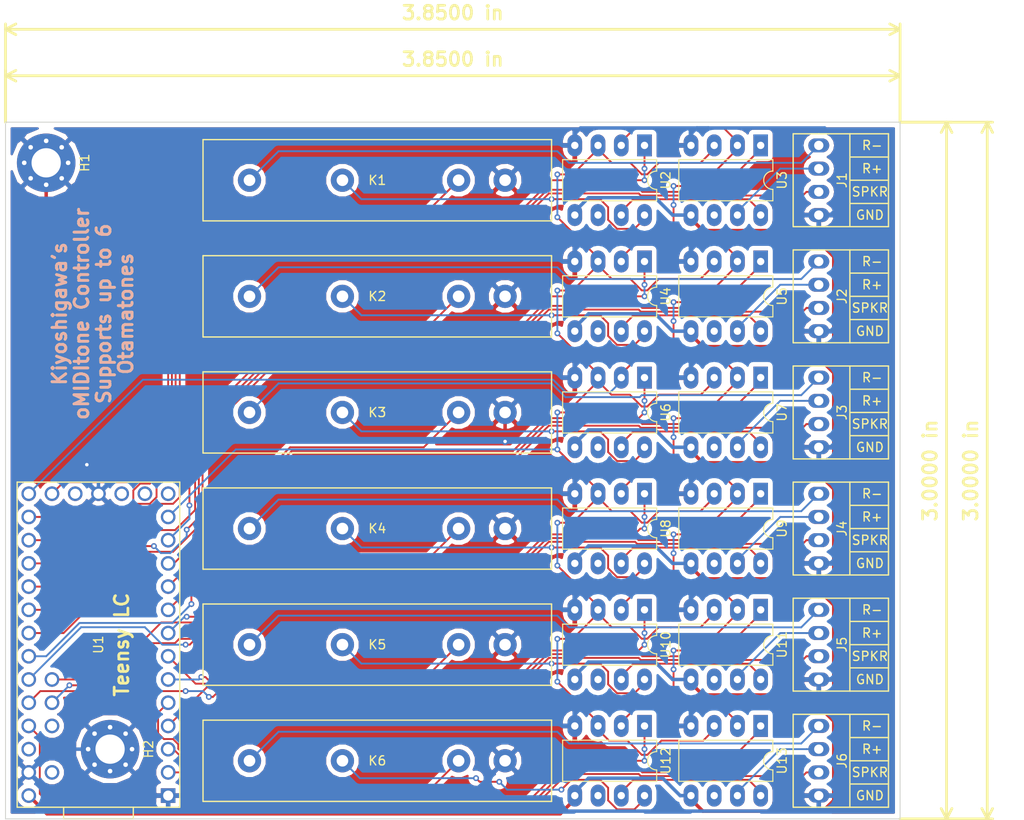
<source format=kicad_pcb>
(kicad_pcb (version 20171130) (host pcbnew "(5.0.1)-3")
  (layers (0 F.Cu signal) (31 B.Cu signal) (34 B.Paste user) (35 F.Paste user) (36 B.SilkS user) (37 F.SilkS user) (38 B.Mask user) (39 F.Mask user) (44 Edge.Cuts user))
  (net 0 "")
  (net 1 GND)
  (net 2 D26)
  (net 3 D13)
  (net 4 +5V)
  (net 5 A2)
  (net 6 A5)
  (net 7 D24)
  (net 8 D25)
  (net 9 D11)
  (net 10 D10)
  (net 11 D09)
  (net 12 D08)
  (net 13 D07)
  (net 14 D06)
  (net 15 D05)
  (net 16 D04)
  (net 17 D03)
  (net 18 D02)
  (net 19 D01)
  (net 20 D00)
  (net 21 "Net-(J2-Pad1)")
  (net 22 "Net-(J2-Pad2)")
  (net 23 "Net-(J6-Pad2)")
  (net 24 "Net-(J6-Pad1)")
  (net 25 "Net-(J5-Pad1)")
  (net 26 "Net-(J5-Pad2)")
  (net 27 "Net-(J3-Pad2)")
  (net 28 "Net-(J3-Pad1)")
  (net 29 "Net-(J1-Pad1)")
  (net 30 "Net-(J1-Pad2)")
  (net 31 "Net-(J4-Pad2)")
  (net 32 "Net-(J4-Pad1)")
  (net 33 "Net-(K1-Pad3)")
  (net 34 "Net-(K2-Pad3)")
  (net 35 "Net-(K3-Pad3)")
  (net 36 "Net-(K4-Pad3)")
  (net 37 "Net-(K5-Pad3)")
  (net 38 "Net-(K6-Pad3)")
  (net 39 "Net-(U12-Pad7)")
  (net 40 "Net-(U10-Pad7)")
  (net 41 "Net-(U8-Pad7)")
  (net 42 "Net-(U6-Pad7)")
  (net 43 "Net-(U4-Pad7)")
  (net 44 "Net-(U2-Pad7)")
  (net 45 A8)
  (net 46 A9)
  (net 47 A7)
  (net 48 A6)
  (net 49 D18)
  (net 50 D17)
  (net 51 D14)
  (net 52 D15)
  (net 53 "Net-(U1-Pad18)")
  (net 54 "Net-(U1-Pad16)")
  (net 55 "Net-(U1-Pad15)")
  (net 56 "Net-(U1-Pad14)")
  (net 57 "Net-(U1-Pad31)")
  (net 58 "Net-(U1-Pad34)")
  (net 59 "Net-(U1-Pad35)")
  (net 60 "Net-(U2-Pad6)")
  (net 61 "Net-(U3-Pad7)")
  (net 62 "Net-(U4-Pad6)")
  (net 63 "Net-(U5-Pad7)")
  (net 64 "Net-(U6-Pad6)")
  (net 65 "Net-(U7-Pad7)")
  (net 66 "Net-(U8-Pad6)")
  (net 67 "Net-(U9-Pad7)")
  (net 68 "Net-(U10-Pad6)")
  (net 69 "Net-(U11-Pad7)")
  (net 70 "Net-(U12-Pad6)")
  (net 71 "Net-(U13-Pad7)")
  (module Mounting_Holes:MountingHole_3.2mm_M3_Pad_Via (layer F.Cu) (at 176.53 151.13 270)
    (fp_text reference H2 (at 0 -4.2 270) (layer F.SilkS))
    (fp_text value MountingHole_Pad)
    (pad 1 thru_hole circle (at 0 0 270) (size 6.4 6.4) (drill 3.2) (layers *.Cu *.Mask) (net 1 GND))
    (pad 1 thru_hole circle (at 2.4 0 270) (size 0.8 0.8) (drill 0.5) (layers *.Cu *.Mask) (net 1 GND))
    (pad 1 thru_hole circle (at 1.697056 1.697056 270) (size 0.8 0.8) (drill 0.5) (layers *.Cu *.Mask) (net 1 GND))
    (pad 1 thru_hole circle (at 0 2.4 270) (size 0.8 0.8) (drill 0.5) (layers *.Cu *.Mask) (net 1 GND))
    (pad 1 thru_hole circle (at -1.697056 1.697056 270) (size 0.8 0.8) (drill 0.5) (layers *.Cu *.Mask) (net 1 GND))
    (pad 1 thru_hole circle (at -2.4 0 270) (size 0.8 0.8) (drill 0.5) (layers *.Cu *.Mask) (net 1 GND))
    (pad 1 thru_hole circle (at -1.697056 -1.697056 270) (size 0.8 0.8) (drill 0.5) (layers *.Cu *.Mask) (net 1 GND))
    (pad 1 thru_hole circle (at 0 -2.4 270) (size 0.8 0.8) (drill 0.5) (layers *.Cu *.Mask) (net 1 GND))
    (pad 1 thru_hole circle (at 1.697056 -1.697056 270) (size 0.8 0.8) (drill 0.5) (layers *.Cu *.Mask) (net 1 GND))
  )
  (module Mounting_Holes:MountingHole_3.2mm_M3_Pad_Via (layer F.Cu) (at 169.545 86.995 270)
    (fp_text reference H1 (at 0 -4.2 270) (layer F.SilkS))
    (fp_text value MountingHole_Pad)
    (pad 1 thru_hole circle (at 1.697056 -1.697056 270) (size 0.8 0.8) (drill 0.5) (layers *.Cu *.Mask) (net 1 GND))
    (pad 1 thru_hole circle (at 0 -2.4 270) (size 0.8 0.8) (drill 0.5) (layers *.Cu *.Mask) (net 1 GND))
    (pad 1 thru_hole circle (at -1.697056 -1.697056 270) (size 0.8 0.8) (drill 0.5) (layers *.Cu *.Mask) (net 1 GND))
    (pad 1 thru_hole circle (at -2.4 0 270) (size 0.8 0.8) (drill 0.5) (layers *.Cu *.Mask) (net 1 GND))
    (pad 1 thru_hole circle (at -1.697056 1.697056 270) (size 0.8 0.8) (drill 0.5) (layers *.Cu *.Mask) (net 1 GND))
    (pad 1 thru_hole circle (at 0 2.4 270) (size 0.8 0.8) (drill 0.5) (layers *.Cu *.Mask) (net 1 GND))
    (pad 1 thru_hole circle (at 1.697056 1.697056 270) (size 0.8 0.8) (drill 0.5) (layers *.Cu *.Mask) (net 1 GND))
    (pad 1 thru_hole circle (at 2.4 0 270) (size 0.8 0.8) (drill 0.5) (layers *.Cu *.Mask) (net 1 GND))
    (pad 1 thru_hole circle (at 0 0 270) (size 6.4 6.4) (drill 3.2) (layers *.Cu *.Mask) (net 1 GND))
  )
  (module Housings_DIP:DIP-8_W7.62mm_LongPads (layer F.Cu) (at 234.95 85.09 270)
    (fp_text reference U2 (at 3.81 -2.33 270) (layer F.SilkS))
    (fp_text value MCP-4151)
    (pad 1 thru_hole rect (at 0 0 270) (size 2.4 1.6) (drill 0.8) (layers *.Cu *.Mask) (net 51 D14))
    (pad 5 thru_hole oval (at 7.62 7.62 270) (size 2.4 1.6) (drill 0.8) (layers *.Cu *.Mask) (net 33 "Net-(K1-Pad3)"))
    (pad 2 thru_hole oval (at 0 2.54 270) (size 2.4 1.6) (drill 0.8) (layers *.Cu *.Mask) (net 3 D13))
    (pad 6 thru_hole oval (at 7.62 5.08 270) (size 2.4 1.6) (drill 0.8) (layers *.Cu *.Mask) (net 60 "Net-(U2-Pad6)"))
    (pad 3 thru_hole oval (at 0 5.08 270) (size 2.4 1.6) (drill 0.8) (layers *.Cu *.Mask) (net 9 D11))
    (pad 7 thru_hole oval (at 7.62 2.54 270) (size 2.4 1.6) (drill 0.8) (layers *.Cu *.Mask) (net 44 "Net-(U2-Pad7)"))
    (pad 4 thru_hole oval (at 0 7.62 270) (size 2.4 1.6) (drill 0.8) (layers *.Cu *.Mask) (net 1 GND))
    (pad 8 thru_hole oval (at 7.62 0 270) (size 2.4 1.6) (drill 0.8) (layers *.Cu *.Mask) (net 4 +5V))
  )
  (module Housings_DIP:DIP-8_W7.62mm_LongPads (layer F.Cu) (at 247.65 85.09 270)
    (fp_text reference U3 (at 3.81 -2.33 270) (layer F.SilkS))
    (fp_text value MCP-4151)
    (pad 8 thru_hole oval (at 7.62 0 270) (size 2.4 1.6) (drill 0.8) (layers *.Cu *.Mask) (net 4 +5V))
    (pad 4 thru_hole oval (at 0 7.62 270) (size 2.4 1.6) (drill 0.8) (layers *.Cu *.Mask) (net 1 GND))
    (pad 7 thru_hole oval (at 7.62 2.54 270) (size 2.4 1.6) (drill 0.8) (layers *.Cu *.Mask) (net 61 "Net-(U3-Pad7)"))
    (pad 3 thru_hole oval (at 0 5.08 270) (size 2.4 1.6) (drill 0.8) (layers *.Cu *.Mask) (net 9 D11))
    (pad 6 thru_hole oval (at 7.62 5.08 270) (size 2.4 1.6) (drill 0.8) (layers *.Cu *.Mask) (net 30 "Net-(J1-Pad2)"))
    (pad 2 thru_hole oval (at 0 2.54 270) (size 2.4 1.6) (drill 0.8) (layers *.Cu *.Mask) (net 3 D13))
    (pad 5 thru_hole oval (at 7.62 7.62 270) (size 2.4 1.6) (drill 0.8) (layers *.Cu *.Mask) (net 60 "Net-(U2-Pad6)"))
    (pad 1 thru_hole rect (at 0 0 270) (size 2.4 1.6) (drill 0.8) (layers *.Cu *.Mask) (net 52 D15))
  )
  (module Housings_DIP:DIP-8_W7.62mm_LongPads (layer F.Cu) (at 234.95 97.79 270)
    (fp_text reference U4 (at 3.81 -2.33 270) (layer F.SilkS))
    (fp_text value MCP-4151)
    (pad 1 thru_hole rect (at 0 0 270) (size 2.4 1.6) (drill 0.8) (layers *.Cu *.Mask) (net 50 D17))
    (pad 5 thru_hole oval (at 7.62 7.62 270) (size 2.4 1.6) (drill 0.8) (layers *.Cu *.Mask) (net 34 "Net-(K2-Pad3)"))
    (pad 2 thru_hole oval (at 0 2.54 270) (size 2.4 1.6) (drill 0.8) (layers *.Cu *.Mask) (net 3 D13))
    (pad 6 thru_hole oval (at 7.62 5.08 270) (size 2.4 1.6) (drill 0.8) (layers *.Cu *.Mask) (net 62 "Net-(U4-Pad6)"))
    (pad 3 thru_hole oval (at 0 5.08 270) (size 2.4 1.6) (drill 0.8) (layers *.Cu *.Mask) (net 9 D11))
    (pad 7 thru_hole oval (at 7.62 2.54 270) (size 2.4 1.6) (drill 0.8) (layers *.Cu *.Mask) (net 43 "Net-(U4-Pad7)"))
    (pad 4 thru_hole oval (at 0 7.62 270) (size 2.4 1.6) (drill 0.8) (layers *.Cu *.Mask) (net 1 GND))
    (pad 8 thru_hole oval (at 7.62 0 270) (size 2.4 1.6) (drill 0.8) (layers *.Cu *.Mask) (net 4 +5V))
  )
  (module Housings_DIP:DIP-8_W7.62mm_LongPads (layer F.Cu) (at 247.65 97.79 270)
    (fp_text reference U5 (at 3.81 -2.33 270) (layer F.SilkS))
    (fp_text value MCP-4151)
    (pad 8 thru_hole oval (at 7.62 0 270) (size 2.4 1.6) (drill 0.8) (layers *.Cu *.Mask) (net 4 +5V))
    (pad 4 thru_hole oval (at 0 7.62 270) (size 2.4 1.6) (drill 0.8) (layers *.Cu *.Mask) (net 1 GND))
    (pad 7 thru_hole oval (at 7.62 2.54 270) (size 2.4 1.6) (drill 0.8) (layers *.Cu *.Mask) (net 63 "Net-(U5-Pad7)"))
    (pad 3 thru_hole oval (at 0 5.08 270) (size 2.4 1.6) (drill 0.8) (layers *.Cu *.Mask) (net 9 D11))
    (pad 6 thru_hole oval (at 7.62 5.08 270) (size 2.4 1.6) (drill 0.8) (layers *.Cu *.Mask) (net 22 "Net-(J2-Pad2)"))
    (pad 2 thru_hole oval (at 0 2.54 270) (size 2.4 1.6) (drill 0.8) (layers *.Cu *.Mask) (net 3 D13))
    (pad 5 thru_hole oval (at 7.62 7.62 270) (size 2.4 1.6) (drill 0.8) (layers *.Cu *.Mask) (net 62 "Net-(U4-Pad6)"))
    (pad 1 thru_hole rect (at 0 0 270) (size 2.4 1.6) (drill 0.8) (layers *.Cu *.Mask) (net 49 D18))
  )
  (module Housings_DIP:DIP-8_W7.62mm_LongPads (layer F.Cu) (at 234.95 110.49 270)
    (fp_text reference U6 (at 3.81 -2.33 270) (layer F.SilkS))
    (fp_text value MCP-4151)
    (pad 1 thru_hole rect (at 0 0 270) (size 2.4 1.6) (drill 0.8) (layers *.Cu *.Mask) (net 12 D08))
    (pad 5 thru_hole oval (at 7.62 7.62 270) (size 2.4 1.6) (drill 0.8) (layers *.Cu *.Mask) (net 35 "Net-(K3-Pad3)"))
    (pad 2 thru_hole oval (at 0 2.54 270) (size 2.4 1.6) (drill 0.8) (layers *.Cu *.Mask) (net 3 D13))
    (pad 6 thru_hole oval (at 7.62 5.08 270) (size 2.4 1.6) (drill 0.8) (layers *.Cu *.Mask) (net 64 "Net-(U6-Pad6)"))
    (pad 3 thru_hole oval (at 0 5.08 270) (size 2.4 1.6) (drill 0.8) (layers *.Cu *.Mask) (net 9 D11))
    (pad 7 thru_hole oval (at 7.62 2.54 270) (size 2.4 1.6) (drill 0.8) (layers *.Cu *.Mask) (net 42 "Net-(U6-Pad7)"))
    (pad 4 thru_hole oval (at 0 7.62 270) (size 2.4 1.6) (drill 0.8) (layers *.Cu *.Mask) (net 1 GND))
    (pad 8 thru_hole oval (at 7.62 0 270) (size 2.4 1.6) (drill 0.8) (layers *.Cu *.Mask) (net 4 +5V))
  )
  (module Housings_DIP:DIP-8_W7.62mm_LongPads (layer F.Cu) (at 247.65 110.49 270)
    (fp_text reference U7 (at 3.81 -2.33 270) (layer F.SilkS))
    (fp_text value MCP-4151)
    (pad 8 thru_hole oval (at 7.62 0 270) (size 2.4 1.6) (drill 0.8) (layers *.Cu *.Mask) (net 4 +5V))
    (pad 4 thru_hole oval (at 0 7.62 270) (size 2.4 1.6) (drill 0.8) (layers *.Cu *.Mask) (net 1 GND))
    (pad 7 thru_hole oval (at 7.62 2.54 270) (size 2.4 1.6) (drill 0.8) (layers *.Cu *.Mask) (net 65 "Net-(U7-Pad7)"))
    (pad 3 thru_hole oval (at 0 5.08 270) (size 2.4 1.6) (drill 0.8) (layers *.Cu *.Mask) (net 9 D11))
    (pad 6 thru_hole oval (at 7.62 5.08 270) (size 2.4 1.6) (drill 0.8) (layers *.Cu *.Mask) (net 27 "Net-(J3-Pad2)"))
    (pad 2 thru_hole oval (at 0 2.54 270) (size 2.4 1.6) (drill 0.8) (layers *.Cu *.Mask) (net 3 D13))
    (pad 5 thru_hole oval (at 7.62 7.62 270) (size 2.4 1.6) (drill 0.8) (layers *.Cu *.Mask) (net 64 "Net-(U6-Pad6)"))
    (pad 1 thru_hole rect (at 0 0 270) (size 2.4 1.6) (drill 0.8) (layers *.Cu *.Mask) (net 13 D07))
  )
  (module Housings_DIP:DIP-8_W7.62mm_LongPads (layer F.Cu) (at 234.95 123.19 270)
    (fp_text reference U8 (at 3.81 -2.33 270) (layer F.SilkS))
    (fp_text value MCP-4151)
    (pad 1 thru_hole rect (at 0 0 270) (size 2.4 1.6) (drill 0.8) (layers *.Cu *.Mask) (net 8 D25))
    (pad 5 thru_hole oval (at 7.62 7.62 270) (size 2.4 1.6) (drill 0.8) (layers *.Cu *.Mask) (net 36 "Net-(K4-Pad3)"))
    (pad 2 thru_hole oval (at 0 2.54 270) (size 2.4 1.6) (drill 0.8) (layers *.Cu *.Mask) (net 3 D13))
    (pad 6 thru_hole oval (at 7.62 5.08 270) (size 2.4 1.6) (drill 0.8) (layers *.Cu *.Mask) (net 66 "Net-(U8-Pad6)"))
    (pad 3 thru_hole oval (at 0 5.08 270) (size 2.4 1.6) (drill 0.8) (layers *.Cu *.Mask) (net 9 D11))
    (pad 7 thru_hole oval (at 7.62 2.54 270) (size 2.4 1.6) (drill 0.8) (layers *.Cu *.Mask) (net 41 "Net-(U8-Pad7)"))
    (pad 4 thru_hole oval (at 0 7.62 270) (size 2.4 1.6) (drill 0.8) (layers *.Cu *.Mask) (net 1 GND))
    (pad 8 thru_hole oval (at 7.62 0 270) (size 2.4 1.6) (drill 0.8) (layers *.Cu *.Mask) (net 4 +5V))
  )
  (module Housings_DIP:DIP-8_W7.62mm_LongPads (layer F.Cu) (at 247.65 123.19 270)
    (fp_text reference U9 (at 3.81 -2.33 270) (layer F.SilkS))
    (fp_text value MCP-4151)
    (pad 8 thru_hole oval (at 7.62 0 270) (size 2.4 1.6) (drill 0.8) (layers *.Cu *.Mask) (net 4 +5V))
    (pad 4 thru_hole oval (at 0 7.62 270) (size 2.4 1.6) (drill 0.8) (layers *.Cu *.Mask) (net 1 GND))
    (pad 7 thru_hole oval (at 7.62 2.54 270) (size 2.4 1.6) (drill 0.8) (layers *.Cu *.Mask) (net 67 "Net-(U9-Pad7)"))
    (pad 3 thru_hole oval (at 0 5.08 270) (size 2.4 1.6) (drill 0.8) (layers *.Cu *.Mask) (net 9 D11))
    (pad 6 thru_hole oval (at 7.62 5.08 270) (size 2.4 1.6) (drill 0.8) (layers *.Cu *.Mask) (net 31 "Net-(J4-Pad2)"))
    (pad 2 thru_hole oval (at 0 2.54 270) (size 2.4 1.6) (drill 0.8) (layers *.Cu *.Mask) (net 3 D13))
    (pad 5 thru_hole oval (at 7.62 7.62 270) (size 2.4 1.6) (drill 0.8) (layers *.Cu *.Mask) (net 66 "Net-(U8-Pad6)"))
    (pad 1 thru_hole rect (at 0 0 270) (size 2.4 1.6) (drill 0.8) (layers *.Cu *.Mask) (net 7 D24))
  )
  (module Housings_DIP:DIP-8_W7.62mm_LongPads (layer F.Cu) (at 234.95 135.89 270)
    (fp_text reference U10 (at 3.81 -2.33 270) (layer F.SilkS))
    (fp_text value MCP-4151)
    (pad 1 thru_hole rect (at 0 0 270) (size 2.4 1.6) (drill 0.8) (layers *.Cu *.Mask) (net 15 D05))
    (pad 5 thru_hole oval (at 7.62 7.62 270) (size 2.4 1.6) (drill 0.8) (layers *.Cu *.Mask) (net 37 "Net-(K5-Pad3)"))
    (pad 2 thru_hole oval (at 0 2.54 270) (size 2.4 1.6) (drill 0.8) (layers *.Cu *.Mask) (net 3 D13))
    (pad 6 thru_hole oval (at 7.62 5.08 270) (size 2.4 1.6) (drill 0.8) (layers *.Cu *.Mask) (net 68 "Net-(U10-Pad6)"))
    (pad 3 thru_hole oval (at 0 5.08 270) (size 2.4 1.6) (drill 0.8) (layers *.Cu *.Mask) (net 9 D11))
    (pad 7 thru_hole oval (at 7.62 2.54 270) (size 2.4 1.6) (drill 0.8) (layers *.Cu *.Mask) (net 40 "Net-(U10-Pad7)"))
    (pad 4 thru_hole oval (at 0 7.62 270) (size 2.4 1.6) (drill 0.8) (layers *.Cu *.Mask) (net 1 GND))
    (pad 8 thru_hole oval (at 7.62 0 270) (size 2.4 1.6) (drill 0.8) (layers *.Cu *.Mask) (net 4 +5V))
  )
  (module Housings_DIP:DIP-8_W7.62mm_LongPads (layer F.Cu) (at 247.65 135.89 270)
    (fp_text reference U11 (at 3.81 -2.33 270) (layer F.SilkS))
    (fp_text value MCP-4151)
    (pad 8 thru_hole oval (at 7.62 0 270) (size 2.4 1.6) (drill 0.8) (layers *.Cu *.Mask) (net 4 +5V))
    (pad 4 thru_hole oval (at 0 7.62 270) (size 2.4 1.6) (drill 0.8) (layers *.Cu *.Mask) (net 1 GND))
    (pad 7 thru_hole oval (at 7.62 2.54 270) (size 2.4 1.6) (drill 0.8) (layers *.Cu *.Mask) (net 69 "Net-(U11-Pad7)"))
    (pad 3 thru_hole oval (at 0 5.08 270) (size 2.4 1.6) (drill 0.8) (layers *.Cu *.Mask) (net 9 D11))
    (pad 6 thru_hole oval (at 7.62 5.08 270) (size 2.4 1.6) (drill 0.8) (layers *.Cu *.Mask) (net 26 "Net-(J5-Pad2)"))
    (pad 2 thru_hole oval (at 0 2.54 270) (size 2.4 1.6) (drill 0.8) (layers *.Cu *.Mask) (net 3 D13))
    (pad 5 thru_hole oval (at 7.62 7.62 270) (size 2.4 1.6) (drill 0.8) (layers *.Cu *.Mask) (net 68 "Net-(U10-Pad6)"))
    (pad 1 thru_hole rect (at 0 0 270) (size 2.4 1.6) (drill 0.8) (layers *.Cu *.Mask) (net 18 D02))
  )
  (module Housings_DIP:DIP-8_W7.62mm_LongPads (layer F.Cu) (at 234.95 148.59 270)
    (fp_text reference U12 (at 3.81 -2.33 270) (layer F.SilkS))
    (fp_text value MCP-4151)
    (pad 1 thru_hole rect (at 0 0 270) (size 2.4 1.6) (drill 0.8) (layers *.Cu *.Mask) (net 19 D01))
    (pad 5 thru_hole oval (at 7.62 7.62 270) (size 2.4 1.6) (drill 0.8) (layers *.Cu *.Mask) (net 38 "Net-(K6-Pad3)"))
    (pad 2 thru_hole oval (at 0 2.54 270) (size 2.4 1.6) (drill 0.8) (layers *.Cu *.Mask) (net 3 D13))
    (pad 6 thru_hole oval (at 7.62 5.08 270) (size 2.4 1.6) (drill 0.8) (layers *.Cu *.Mask) (net 70 "Net-(U12-Pad6)"))
    (pad 3 thru_hole oval (at 0 5.08 270) (size 2.4 1.6) (drill 0.8) (layers *.Cu *.Mask) (net 9 D11))
    (pad 7 thru_hole oval (at 7.62 2.54 270) (size 2.4 1.6) (drill 0.8) (layers *.Cu *.Mask) (net 39 "Net-(U12-Pad7)"))
    (pad 4 thru_hole oval (at 0 7.62 270) (size 2.4 1.6) (drill 0.8) (layers *.Cu *.Mask) (net 1 GND))
    (pad 8 thru_hole oval (at 7.62 0 270) (size 2.4 1.6) (drill 0.8) (layers *.Cu *.Mask) (net 4 +5V))
  )
  (module Housings_DIP:DIP-8_W7.62mm_LongPads (layer F.Cu) (at 247.65 148.59 270)
    (fp_text reference U13 (at 3.81 -2.33 270) (layer F.SilkS))
    (fp_text value MCP-4151)
    (pad 8 thru_hole oval (at 7.62 0 270) (size 2.4 1.6) (drill 0.8) (layers *.Cu *.Mask) (net 4 +5V))
    (pad 4 thru_hole oval (at 0 7.62 270) (size 2.4 1.6) (drill 0.8) (layers *.Cu *.Mask) (net 1 GND))
    (pad 7 thru_hole oval (at 7.62 2.54 270) (size 2.4 1.6) (drill 0.8) (layers *.Cu *.Mask) (net 71 "Net-(U13-Pad7)"))
    (pad 3 thru_hole oval (at 0 5.08 270) (size 2.4 1.6) (drill 0.8) (layers *.Cu *.Mask) (net 9 D11))
    (pad 6 thru_hole oval (at 7.62 5.08 270) (size 2.4 1.6) (drill 0.8) (layers *.Cu *.Mask) (net 23 "Net-(J6-Pad2)"))
    (pad 2 thru_hole oval (at 0 2.54 270) (size 2.4 1.6) (drill 0.8) (layers *.Cu *.Mask) (net 3 D13))
    (pad 5 thru_hole oval (at 7.62 7.62 270) (size 2.4 1.6) (drill 0.8) (layers *.Cu *.Mask) (net 70 "Net-(U12-Pad6)"))
    (pad 1 thru_hole rect (at 0 0 270) (size 2.4 1.6) (drill 0.8) (layers *.Cu *.Mask) (net 20 D00))
  )
  (module kiyoshigawa_lib:KF0602D (layer F.Cu) (at 219.71 152.4)
    (fp_text reference K6 (at -13.97 0) (layer F.SilkS))
    (fp_text value KF0602D)
    (pad 1 thru_hole circle (at 0 0) (size 2.54 2.54) (drill 1.27) (layers *.Cu *.Mask) (net 1 GND))
    (pad 2 thru_hole circle (at -5.08 0) (size 2.54 2.54) (drill 1.27) (layers *.Cu *.Mask) (net 17 D03))
    (pad 3 thru_hole circle (at -17.78 0) (size 2.54 2.54) (drill 1.27) (layers *.Cu *.Mask) (net 38 "Net-(K6-Pad3)"))
    (pad 4 thru_hole circle (at -27.94 0) (size 2.54 2.54) (drill 1.27) (layers *.Cu *.Mask) (net 24 "Net-(J6-Pad1)"))
  )
  (module kiyoshigawa_lib:KF0602D (layer F.Cu) (at 219.71 139.7)
    (fp_text reference K5 (at -13.97 0) (layer F.SilkS))
    (fp_text value KF0602D)
    (pad 4 thru_hole circle (at -27.94 0) (size 2.54 2.54) (drill 1.27) (layers *.Cu *.Mask) (net 25 "Net-(J5-Pad1)"))
    (pad 3 thru_hole circle (at -17.78 0) (size 2.54 2.54) (drill 1.27) (layers *.Cu *.Mask) (net 37 "Net-(K5-Pad3)"))
    (pad 2 thru_hole circle (at -5.08 0) (size 2.54 2.54) (drill 1.27) (layers *.Cu *.Mask) (net 16 D04))
    (pad 1 thru_hole circle (at 0 0) (size 2.54 2.54) (drill 1.27) (layers *.Cu *.Mask) (net 1 GND))
  )
  (module kiyoshigawa_lib:KF0602D (layer F.Cu) (at 219.71 127)
    (fp_text reference K4 (at -13.97 0) (layer F.SilkS))
    (fp_text value KF0602D)
    (pad 1 thru_hole circle (at 0 0) (size 2.54 2.54) (drill 1.27) (layers *.Cu *.Mask) (net 1 GND))
    (pad 2 thru_hole circle (at -5.08 0) (size 2.54 2.54) (drill 1.27) (layers *.Cu *.Mask) (net 14 D06))
    (pad 3 thru_hole circle (at -17.78 0) (size 2.54 2.54) (drill 1.27) (layers *.Cu *.Mask) (net 36 "Net-(K4-Pad3)"))
    (pad 4 thru_hole circle (at -27.94 0) (size 2.54 2.54) (drill 1.27) (layers *.Cu *.Mask) (net 32 "Net-(J4-Pad1)"))
  )
  (module kiyoshigawa_lib:KF0602D (layer F.Cu) (at 219.71 114.3)
    (fp_text reference K3 (at -13.97 0) (layer F.SilkS))
    (fp_text value KF0602D)
    (pad 4 thru_hole circle (at -27.94 0) (size 2.54 2.54) (drill 1.27) (layers *.Cu *.Mask) (net 28 "Net-(J3-Pad1)"))
    (pad 3 thru_hole circle (at -17.78 0) (size 2.54 2.54) (drill 1.27) (layers *.Cu *.Mask) (net 35 "Net-(K3-Pad3)"))
    (pad 2 thru_hole circle (at -5.08 0) (size 2.54 2.54) (drill 1.27) (layers *.Cu *.Mask) (net 11 D09))
    (pad 1 thru_hole circle (at 0 0) (size 2.54 2.54) (drill 1.27) (layers *.Cu *.Mask) (net 1 GND))
  )
  (module kiyoshigawa_lib:KF0602D (layer F.Cu) (at 219.71 101.6)
    (fp_text reference K2 (at -13.97 0) (layer F.SilkS))
    (fp_text value KF0602D)
    (pad 1 thru_hole circle (at 0 0) (size 2.54 2.54) (drill 1.27) (layers *.Cu *.Mask) (net 1 GND))
    (pad 2 thru_hole circle (at -5.08 0) (size 2.54 2.54) (drill 1.27) (layers *.Cu *.Mask) (net 10 D10))
    (pad 3 thru_hole circle (at -17.78 0) (size 2.54 2.54) (drill 1.27) (layers *.Cu *.Mask) (net 34 "Net-(K2-Pad3)"))
    (pad 4 thru_hole circle (at -27.94 0) (size 2.54 2.54) (drill 1.27) (layers *.Cu *.Mask) (net 21 "Net-(J2-Pad1)"))
  )
  (module kiyoshigawa_lib:KF0602D (layer F.Cu) (at 219.71 88.9)
    (fp_text reference K1 (at -13.97 0) (layer F.SilkS))
    (fp_text value KF0602D)
    (pad 4 thru_hole circle (at -27.94 0) (size 2.54 2.54) (drill 1.27) (layers *.Cu *.Mask) (net 29 "Net-(J1-Pad1)"))
    (pad 3 thru_hole circle (at -17.78 0) (size 2.54 2.54) (drill 1.27) (layers *.Cu *.Mask) (net 33 "Net-(K1-Pad3)"))
    (pad 2 thru_hole circle (at -5.08 0) (size 2.54 2.54) (drill 1.27) (layers *.Cu *.Mask) (net 2 D26))
    (pad 1 thru_hole circle (at 0 0) (size 2.54 2.54) (drill 1.27) (layers *.Cu *.Mask) (net 1 GND))
  )
  (module "kiyoshigawa_lib:kioMIDItone COnnector" (layer F.Cu) (at 254 123.19 270)
    (fp_text reference J4 (at 3.81 -2.54 270) (layer F.SilkS))
    (fp_text value oMIDItonePort)
    (fp_text user SPKR (at 5.08 -5.588) (layer F.SilkS))
    (fp_text user GND (at 7.62 -5.588) (layer F.SilkS))
    (fp_text user R- (at 0 -5.842) (layer F.SilkS))
    (fp_text user R+ (at 2.54 -5.842) (layer F.SilkS))
    (pad 3 thru_hole oval (at 5.08 0 270) (size 1.524 2.286) (drill 1.016) (layers *.Cu *.Mask) (net 47 A7))
    (pad 2 thru_hole oval (at 2.54 0 270) (size 1.524 2.286) (drill 1.016) (layers *.Cu *.Mask) (net 31 "Net-(J4-Pad2)"))
    (pad 4 thru_hole oval (at 7.62 0 270) (size 1.524 2.286) (drill 1.016) (layers *.Cu *.Mask) (net 1 GND))
    (pad 1 thru_hole oval (at 0 0 270) (size 1.524 2.286) (drill 1.016) (layers *.Cu *.Mask) (net 32 "Net-(J4-Pad1)"))
  )
  (module "kiyoshigawa_lib:kioMIDItone COnnector" (layer F.Cu) (at 254 85.09 270)
    (fp_text reference J1 (at 3.81 -2.54 270) (layer F.SilkS))
    (fp_text value oMIDItonePort)
    (fp_text user R+ (at 2.54 -5.842) (layer F.SilkS))
    (fp_text user R- (at 0 -5.842) (layer F.SilkS))
    (fp_text user GND (at 7.62 -5.588) (layer F.SilkS))
    (fp_text user SPKR (at 5.08 -5.588) (layer F.SilkS))
    (pad 1 thru_hole oval (at 0 0 270) (size 1.524 2.286) (drill 1.016) (layers *.Cu *.Mask) (net 29 "Net-(J1-Pad1)"))
    (pad 4 thru_hole oval (at 7.62 0 270) (size 1.524 2.286) (drill 1.016) (layers *.Cu *.Mask) (net 1 GND))
    (pad 2 thru_hole oval (at 2.54 0 270) (size 1.524 2.286) (drill 1.016) (layers *.Cu *.Mask) (net 30 "Net-(J1-Pad2)"))
    (pad 3 thru_hole oval (at 5.08 0 270) (size 1.524 2.286) (drill 1.016) (layers *.Cu *.Mask) (net 5 A2))
  )
  (module "kiyoshigawa_lib:kioMIDItone COnnector" (layer F.Cu) (at 254 110.49 270)
    (fp_text reference J3 (at 3.81 -2.54 270) (layer F.SilkS))
    (fp_text value oMIDItonePort)
    (fp_text user SPKR (at 5.08 -5.588) (layer F.SilkS))
    (fp_text user GND (at 7.62 -5.588) (layer F.SilkS))
    (fp_text user R- (at 0 -5.842) (layer F.SilkS))
    (fp_text user R+ (at 2.54 -5.842) (layer F.SilkS))
    (pad 3 thru_hole oval (at 5.08 0 270) (size 1.524 2.286) (drill 1.016) (layers *.Cu *.Mask) (net 48 A6))
    (pad 2 thru_hole oval (at 2.54 0 270) (size 1.524 2.286) (drill 1.016) (layers *.Cu *.Mask) (net 27 "Net-(J3-Pad2)"))
    (pad 4 thru_hole oval (at 7.62 0 270) (size 1.524 2.286) (drill 1.016) (layers *.Cu *.Mask) (net 1 GND))
    (pad 1 thru_hole oval (at 0 0 270) (size 1.524 2.286) (drill 1.016) (layers *.Cu *.Mask) (net 28 "Net-(J3-Pad1)"))
  )
  (module "kiyoshigawa_lib:kioMIDItone COnnector" (layer F.Cu) (at 254 135.89 270)
    (fp_text reference J5 (at 3.81 -2.54 270) (layer F.SilkS))
    (fp_text value oMIDItonePort)
    (fp_text user R+ (at 2.54 -5.842) (layer F.SilkS))
    (fp_text user R- (at 0 -5.842) (layer F.SilkS))
    (fp_text user GND (at 7.62 -5.588) (layer F.SilkS))
    (fp_text user SPKR (at 5.08 -5.588) (layer F.SilkS))
    (pad 1 thru_hole oval (at 0 0 270) (size 1.524 2.286) (drill 1.016) (layers *.Cu *.Mask) (net 25 "Net-(J5-Pad1)"))
    (pad 4 thru_hole oval (at 7.62 0 270) (size 1.524 2.286) (drill 1.016) (layers *.Cu *.Mask) (net 1 GND))
    (pad 2 thru_hole oval (at 2.54 0 270) (size 1.524 2.286) (drill 1.016) (layers *.Cu *.Mask) (net 26 "Net-(J5-Pad2)"))
    (pad 3 thru_hole oval (at 5.08 0 270) (size 1.524 2.286) (drill 1.016) (layers *.Cu *.Mask) (net 45 A8))
  )
  (module "kiyoshigawa_lib:kioMIDItone COnnector" (layer F.Cu) (at 254 148.59 270)
    (fp_text reference J6 (at 3.81 -2.54 270) (layer F.SilkS))
    (fp_text value oMIDItonePort)
    (fp_text user SPKR (at 5.08 -5.588) (layer F.SilkS))
    (fp_text user GND (at 7.62 -5.588) (layer F.SilkS))
    (fp_text user R- (at 0 -5.842) (layer F.SilkS))
    (fp_text user R+ (at 2.54 -5.842) (layer F.SilkS))
    (pad 3 thru_hole oval (at 5.08 0 270) (size 1.524 2.286) (drill 1.016) (layers *.Cu *.Mask) (net 46 A9))
    (pad 2 thru_hole oval (at 2.54 0 270) (size 1.524 2.286) (drill 1.016) (layers *.Cu *.Mask) (net 23 "Net-(J6-Pad2)"))
    (pad 4 thru_hole oval (at 7.62 0 270) (size 1.524 2.286) (drill 1.016) (layers *.Cu *.Mask) (net 1 GND))
    (pad 1 thru_hole oval (at 0 0 270) (size 1.524 2.286) (drill 1.016) (layers *.Cu *.Mask) (net 24 "Net-(J6-Pad1)"))
  )
  (module "kiyoshigawa_lib:kioMIDItone COnnector" (layer F.Cu) (at 254 97.79 270)
    (fp_text reference J2 (at 3.81 -2.54 270) (layer F.SilkS))
    (fp_text value oMIDItonePort)
    (fp_text user R+ (at 2.54 -5.842) (layer F.SilkS))
    (fp_text user R- (at 0 -5.842) (layer F.SilkS))
    (fp_text user GND (at 7.62 -5.588) (layer F.SilkS))
    (fp_text user SPKR (at 5.08 -5.588) (layer F.SilkS))
    (pad 1 thru_hole oval (at 0 0 270) (size 1.524 2.286) (drill 1.016) (layers *.Cu *.Mask) (net 21 "Net-(J2-Pad1)"))
    (pad 4 thru_hole oval (at 7.62 0 270) (size 1.524 2.286) (drill 1.016) (layers *.Cu *.Mask) (net 1 GND))
    (pad 2 thru_hole oval (at 2.54 0 270) (size 1.524 2.286) (drill 1.016) (layers *.Cu *.Mask) (net 22 "Net-(J2-Pad2)"))
    (pad 3 thru_hole oval (at 5.08 0 270) (size 1.524 2.286) (drill 1.016) (layers *.Cu *.Mask) (net 6 A5))
  )
  (module teensy:Teensy_LC (layer F.Cu) (at 175.26 139.7 90)
    (fp_text reference U1 (at 0 0 90) (layer F.SilkS))
    (fp_text value Teensy-LC)
    (pad 17 thru_hole circle (at 16.51 0 90) (size 1.6 1.6) (drill 1.1) (layers *.Cu *.Mask) (net 1 GND))
    (pad 18 thru_hole circle (at 16.51 -2.54 90) (size 1.6 1.6) (drill 1.1) (layers *.Cu *.Mask) (net 53 "Net-(U1-Pad18)"))
    (pad 19 thru_hole circle (at 16.51 -5.08 90) (size 1.6 1.6) (drill 1.1) (layers *.Cu *.Mask) (net 2 D26))
    (pad 20 thru_hole circle (at 16.51 -7.62 90) (size 1.6 1.6) (drill 1.1) (layers *.Cu *.Mask) (net 3 D13))
    (pad 16 thru_hole circle (at 16.51 2.54 90) (size 1.6 1.6) (drill 1.1) (layers *.Cu *.Mask) (net 54 "Net-(U1-Pad16)"))
    (pad 15 thru_hole circle (at 16.51 5.08 90) (size 1.6 1.6) (drill 1.1) (layers *.Cu *.Mask) (net 55 "Net-(U1-Pad15)"))
    (pad 14 thru_hole circle (at 16.51 7.62 90) (size 1.6 1.6) (drill 1.1) (layers *.Cu *.Mask) (net 56 "Net-(U1-Pad14)"))
    (pad 21 thru_hole circle (at 13.97 -7.62 90) (size 1.6 1.6) (drill 1.1) (layers *.Cu *.Mask) (net 51 D14))
    (pad 22 thru_hole circle (at 11.43 -7.62 90) (size 1.6 1.6) (drill 1.1) (layers *.Cu *.Mask) (net 52 D15))
    (pad 23 thru_hole circle (at 8.89 -7.62 90) (size 1.6 1.6) (drill 1.1) (layers *.Cu *.Mask) (net 5 A2))
    (pad 24 thru_hole circle (at 6.35 -7.62 90) (size 1.6 1.6) (drill 1.1) (layers *.Cu *.Mask) (net 50 D17))
    (pad 25 thru_hole circle (at 3.81 -7.62 90) (size 1.6 1.6) (drill 1.1) (layers *.Cu *.Mask) (net 49 D18))
    (pad 26 thru_hole circle (at 1.27 -7.62 90) (size 1.6 1.6) (drill 1.1) (layers *.Cu *.Mask) (net 6 A5))
    (pad 27 thru_hole circle (at -1.27 -7.62 90) (size 1.6 1.6) (drill 1.1) (layers *.Cu *.Mask) (net 48 A6))
    (pad 28 thru_hole circle (at -3.81 -7.62 90) (size 1.6 1.6) (drill 1.1) (layers *.Cu *.Mask) (net 47 A7))
    (pad 29 thru_hole circle (at -6.35 -7.62 90) (size 1.6 1.6) (drill 1.1) (layers *.Cu *.Mask) (net 45 A8))
    (pad 30 thru_hole circle (at -8.89 -7.62 90) (size 1.6 1.6) (drill 1.1) (layers *.Cu *.Mask) (net 46 A9))
    (pad 31 thru_hole circle (at -11.43 -7.62 90) (size 1.6 1.6) (drill 1.1) (layers *.Cu *.Mask) (net 57 "Net-(U1-Pad31)"))
    (pad 32 thru_hole circle (at -13.97 -7.62 90) (size 1.6 1.6) (drill 1.1) (layers *.Cu *.Mask) (net 1 GND))
    (pad 33 thru_hole circle (at -16.51 -7.62 90) (size 1.6 1.6) (drill 1.1) (layers *.Cu *.Mask) (net 4 +5V))
    (pad 34 thru_hole circle (at -13.97 -5.08 90) (size 1.6 1.6) (drill 1.1) (layers *.Cu *.Mask) (net 58 "Net-(U1-Pad34)"))
    (pad 35 thru_hole circle (at -8.89 -5.08 90) (size 1.6 1.6) (drill 1.1) (layers *.Cu *.Mask) (net 59 "Net-(U1-Pad35)"))
    (pad 36 thru_hole circle (at -6.35 -5.08 90) (size 1.6 1.6) (drill 1.1) (layers *.Cu *.Mask) (net 7 D24))
    (pad 37 thru_hole circle (at -3.81 -5.08 90) (size 1.6 1.6) (drill 1.1) (layers *.Cu *.Mask) (net 8 D25))
    (pad 13 thru_hole circle (at 13.97 7.62 90) (size 1.6 1.6) (drill 1.1) (layers *.Cu *.Mask) (net 9 D11))
    (pad 12 thru_hole circle (at 11.43 7.62 90) (size 1.6 1.6) (drill 1.1) (layers *.Cu *.Mask) (net 10 D10))
    (pad 11 thru_hole circle (at 8.89 7.62 90) (size 1.6 1.6) (drill 1.1) (layers *.Cu *.Mask) (net 11 D09))
    (pad 10 thru_hole circle (at 6.35 7.62 90) (size 1.6 1.6) (drill 1.1) (layers *.Cu *.Mask) (net 12 D08))
    (pad 9 thru_hole circle (at 3.81 7.62 90) (size 1.6 1.6) (drill 1.1) (layers *.Cu *.Mask) (net 13 D07))
    (pad 8 thru_hole circle (at 1.27 7.62 90) (size 1.6 1.6) (drill 1.1) (layers *.Cu *.Mask) (net 14 D06))
    (pad 7 thru_hole circle (at -1.27 7.62 90) (size 1.6 1.6) (drill 1.1) (layers *.Cu *.Mask) (net 15 D05))
    (pad 6 thru_hole circle (at -3.81 7.62 90) (size 1.6 1.6) (drill 1.1) (layers *.Cu *.Mask) (net 16 D04))
    (pad 5 thru_hole circle (at -6.35 7.62 90) (size 1.6 1.6) (drill 1.1) (layers *.Cu *.Mask) (net 17 D03))
    (pad 4 thru_hole circle (at -8.89 7.62 90) (size 1.6 1.6) (drill 1.1) (layers *.Cu *.Mask) (net 18 D02))
    (pad 3 thru_hole circle (at -11.43 7.62 90) (size 1.6 1.6) (drill 1.1) (layers *.Cu *.Mask) (net 19 D01))
    (pad 2 thru_hole circle (at -13.97 7.62 90) (size 1.6 1.6) (drill 1.1) (layers *.Cu *.Mask) (net 20 D00))
    (pad 1 thru_hole rect (at -16.51 7.62 90) (size 1.6 1.6) (drill 1.1) (layers *.Cu *.Mask) (net 1 GND))
  )
  (dimension 76.2 (width 0.3) (layer F.SilkS) (gr_text "76.200 mm" (at 274.515 120.65 270) (layer F.SilkS) (effects (font (size 1.5 1.5) (thickness 0.3)))) (feature1 (pts (xy 262.89 158.75) (xy 273.001421 158.75))) (feature2 (pts (xy 262.89 82.55) (xy 273.001421 82.55))) (crossbar (pts (xy 272.415 82.55) (xy 272.415 158.75))) (arrow1a (pts (xy 272.415 158.75) (xy 271.828579 157.623496))) (arrow1b (pts (xy 272.415 158.75) (xy 273.001421 157.623496))) (arrow2a (pts (xy 272.415 82.55) (xy 271.828579 83.676504))) (arrow2b (pts (xy 272.415 82.55) (xy 273.001421 83.676504))))
  (dimension 97.79 (width 0.3) (layer F.SilkS) (gr_text "97.790 mm" (at 213.995 70.29) (layer F.SilkS) (effects (font (size 1.5 1.5) (thickness 0.3)))) (feature1 (pts (xy 262.89 82.55) (xy 262.89 71.803579))) (feature2 (pts (xy 165.1 82.55) (xy 165.1 71.803579))) (crossbar (pts (xy 165.1 72.39) (xy 262.89 72.39))) (arrow1a (pts (xy 262.89 72.39) (xy 261.763496 72.976421))) (arrow1b (pts (xy 262.89 72.39) (xy 261.763496 71.803579))) (arrow2a (pts (xy 165.1 72.39) (xy 166.226504 72.976421))) (arrow2b (pts (xy 165.1 72.39) (xy 166.226504 71.803579))))
  (gr_text "Kiyoshigawa's\noMIDItone Controller\nSupports up to 6\nOtamatones" (at 174.625 103.505 90) (layer B.SilkS) (effects (font (size 1.5 1.5) (thickness 0.3))))
  (gr_text "Kiyoshigawa's\noMIDItone Controller\nSupports up to 6\nOtamatones" (at 174.625 103.505 90) (layer F.SilkS) (effects (font (size 1.5 1.5) (thickness 0.3))))
  (dimension 97.79 (width 0.3) (layer F.SilkS) (gr_text "3.8500 in" (at 213.995 75.37) (layer F.SilkS) (effects (font (size 1.5 1.5) (thickness 0.3)))) (feature1 (pts (xy 165.1 82.55) (xy 165.1 76.883579))) (feature2 (pts (xy 262.89 82.55) (xy 262.89 76.883579))) (crossbar (pts (xy 262.89 77.47) (xy 165.1 77.47))) (arrow1a (pts (xy 165.1 77.47) (xy 166.226504 76.883579))) (arrow1b (pts (xy 165.1 77.47) (xy 166.226504 78.056421))) (arrow2a (pts (xy 262.89 77.47) (xy 261.763496 76.883579))) (arrow2b (pts (xy 262.89 77.47) (xy 261.763496 78.056421))))
  (dimension 76.2 (width 0.3) (layer F.SilkS) (gr_text "3.0000 in" (at 270.07 120.65 270) (layer F.SilkS) (effects (font (size 1.5 1.5) (thickness 0.3)))) (feature1 (pts (xy 262.89 158.75) (xy 268.556421 158.75))) (feature2 (pts (xy 262.89 82.55) (xy 268.556421 82.55))) (crossbar (pts (xy 267.97 82.55) (xy 267.97 158.75))) (arrow1a (pts (xy 267.97 158.75) (xy 267.383579 157.623496))) (arrow1b (pts (xy 267.97 158.75) (xy 268.556421 157.623496))) (arrow2a (pts (xy 267.97 82.55) (xy 267.383579 83.676504))) (arrow2b (pts (xy 267.97 82.55) (xy 268.556421 83.676504))))
  (gr_line (start 165.1 82.55) (end 262.89 82.55) (layer Edge.Cuts) (width 0.1))
  (gr_line (start 165.1 158.75) (end 165.1 82.55) (layer Edge.Cuts) (width 0.1))
  (gr_line (start 262.89 158.75) (end 165.1 158.75) (layer Edge.Cuts) (width 0.1))
  (gr_line (start 262.89 82.55) (end 262.89 158.75) (layer Edge.Cuts) (width 0.1))
  (gr_text "Teensy LC" (at 177.8 139.7 90) (layer F.SilkS) (effects (font (size 1.5 1.5) (thickness 0.3))))
  (segment (start 240.03 148.99) (end 240.03 148.59) (width 0.381) (layer F.Cu) (net 1))
  (segment (start 227.33 148.99) (end 227.33 148.59) (width 0.381) (layer F.Cu) (net 1))
  (segment (start 255.524 156.21) (end 256.54 155.194) (width 0.381) (layer B.Cu) (net 1))
  (segment (start 254 156.21) (end 255.524 156.21) (width 0.381) (layer B.Cu) (net 1))
  (segment (start 254 92.71) (end 254.381 92.71) (width 0.381) (layer B.Cu) (net 1))
  (segment (start 256.54 90.551) (end 256.54 91.44) (width 0.381) (layer B.Cu) (net 1))
  (segment (start 256.54 102.87) (end 256.54 91.44) (width 0.381) (layer B.Cu) (net 1))
  (segment (start 256.54 117.475) (end 256.54 102.87) (width 0.381) (layer B.Cu) (net 1))
  (segment (start 256.54 116.84) (end 256.54 117.475) (width 0.381) (layer B.Cu) (net 1))
  (segment (start 254 118.11) (end 255.27 118.11) (width 0.381) (layer B.Cu) (net 1))
  (segment (start 255.27 118.11) (end 256.54 116.84) (width 0.381) (layer B.Cu) (net 1))
  (segment (start 256.54 104.14) (end 256.54 102.87) (width 0.381) (layer B.Cu) (net 1))
  (segment (start 254 105.41) (end 255.27 105.41) (width 0.381) (layer B.Cu) (net 1))
  (segment (start 255.27 105.41) (end 256.54 104.14) (width 0.381) (layer B.Cu) (net 1))
  (segment (start 254 92.71) (end 255.27 92.71) (width 0.381) (layer B.Cu) (net 1))
  (segment (start 255.27 92.71) (end 256.54 91.44) (width 0.381) (layer B.Cu) (net 1))
  (segment (start 254 130.81) (end 255.27 130.81) (width 0.381) (layer B.Cu) (net 1))
  (segment (start 255.27 130.81) (end 256.54 129.54) (width 0.381) (layer B.Cu) (net 1))
  (segment (start 256.54 155.194) (end 256.54 129.54) (width 0.381) (layer B.Cu) (net 1))
  (segment (start 256.54 129.54) (end 256.54 117.475) (width 0.381) (layer B.Cu) (net 1))
  (segment (start 254 143.51) (end 255.27 143.51) (width 0.381) (layer B.Cu) (net 1))
  (segment (start 255.27 143.51) (end 256.54 142.24) (width 0.381) (layer B.Cu) (net 1))
  (segment (start 252.095 143.51) (end 254 143.51) (width 0.381) (layer B.Cu) (net 1))
  (segment (start 248.92 146.685) (end 252.095 143.51) (width 0.381) (layer B.Cu) (net 1))
  (segment (start 227.33 148.59) (end 227.33 147.32) (width 0.381) (layer B.Cu) (net 1))
  (segment (start 227.33 147.32) (end 227.965 146.685) (width 0.381) (layer B.Cu) (net 1))
  (segment (start 248.92 133.985) (end 252.095 130.81) (width 0.381) (layer B.Cu) (net 1))
  (segment (start 252.095 130.81) (end 254 130.81) (width 0.381) (layer B.Cu) (net 1))
  (segment (start 252.095 118.11) (end 254 118.11) (width 0.381) (layer B.Cu) (net 1))
  (segment (start 248.92 121.285) (end 252.095 118.11) (width 0.381) (layer B.Cu) (net 1))
  (segment (start 227.33 123.19) (end 227.33 121.92) (width 0.381) (layer B.Cu) (net 1))
  (segment (start 227.33 121.92) (end 227.965 121.285) (width 0.381) (layer B.Cu) (net 1))
  (segment (start 227.33 110.49) (end 227.33 109.22) (width 0.381) (layer B.Cu) (net 1))
  (segment (start 227.33 109.22) (end 227.965 108.585) (width 0.381) (layer B.Cu) (net 1))
  (segment (start 252.095 105.41) (end 254 105.41) (width 0.381) (layer B.Cu) (net 1))
  (segment (start 248.92 108.585) (end 252.095 105.41) (width 0.381) (layer B.Cu) (net 1))
  (segment (start 227.33 97.79) (end 227.33 96.52) (width 0.381) (layer B.Cu) (net 1))
  (segment (start 227.33 96.52) (end 227.965 95.885) (width 0.381) (layer B.Cu) (net 1))
  (segment (start 252.095 92.71) (end 254 92.71) (width 0.381) (layer B.Cu) (net 1))
  (segment (start 248.92 95.885) (end 252.095 92.71) (width 0.381) (layer B.Cu) (net 1))
  (segment (start 256.54 90.805) (end 256.54 91.44) (width 0.381) (layer B.Cu) (net 1))
  (segment (start 256.54 85.09) (end 256.54 90.805) (width 0.381) (layer B.Cu) (net 1))
  (segment (start 254.635 83.185) (end 256.54 85.09) (width 0.381) (layer B.Cu) (net 1))
  (segment (start 227.33 85.09) (end 227.33 83.82) (width 0.381) (layer B.Cu) (net 1))
  (segment (start 227.33 83.82) (end 227.965 83.185) (width 0.381) (layer B.Cu) (net 1))
  (segment (start 240.665 83.185) (end 241.935 83.185) (width 0.381) (layer B.Cu) (net 1))
  (segment (start 240.03 83.82) (end 240.665 83.185) (width 0.381) (layer B.Cu) (net 1))
  (segment (start 240.03 85.09) (end 240.03 83.82) (width 0.381) (layer B.Cu) (net 1))
  (segment (start 227.965 83.185) (end 241.935 83.185) (width 0.381) (layer B.Cu) (net 1))
  (segment (start 241.935 83.185) (end 254.635 83.185) (width 0.381) (layer B.Cu) (net 1))
  (segment (start 240.03 97.79) (end 240.03 96.52) (width 0.381) (layer B.Cu) (net 1))
  (segment (start 240.665 95.885) (end 241.935 95.885) (width 0.381) (layer B.Cu) (net 1))
  (segment (start 240.03 96.52) (end 240.665 95.885) (width 0.381) (layer B.Cu) (net 1))
  (segment (start 227.965 95.885) (end 241.935 95.885) (width 0.381) (layer B.Cu) (net 1))
  (segment (start 241.935 95.885) (end 248.92 95.885) (width 0.381) (layer B.Cu) (net 1))
  (segment (start 240.03 110.49) (end 240.03 109.22) (width 0.381) (layer B.Cu) (net 1))
  (segment (start 240.665 108.585) (end 241.935 108.585) (width 0.381) (layer B.Cu) (net 1))
  (segment (start 240.03 109.22) (end 240.665 108.585) (width 0.381) (layer B.Cu) (net 1))
  (segment (start 227.965 108.585) (end 241.935 108.585) (width 0.381) (layer B.Cu) (net 1))
  (segment (start 241.935 108.585) (end 248.92 108.585) (width 0.381) (layer B.Cu) (net 1))
  (segment (start 240.03 123.19) (end 240.03 121.92) (width 0.381) (layer B.Cu) (net 1))
  (segment (start 240.665 121.285) (end 241.935 121.285) (width 0.381) (layer B.Cu) (net 1))
  (segment (start 240.03 121.92) (end 240.665 121.285) (width 0.381) (layer B.Cu) (net 1))
  (segment (start 227.965 121.285) (end 241.935 121.285) (width 0.381) (layer B.Cu) (net 1))
  (segment (start 241.935 121.285) (end 248.92 121.285) (width 0.381) (layer B.Cu) (net 1))
  (segment (start 240.03 135.89) (end 240.03 134.62) (width 0.381) (layer B.Cu) (net 1))
  (segment (start 240.665 133.985) (end 241.935 133.985) (width 0.381) (layer B.Cu) (net 1))
  (segment (start 240.03 134.62) (end 240.665 133.985) (width 0.381) (layer B.Cu) (net 1))
  (segment (start 241.935 133.985) (end 248.92 133.985) (width 0.381) (layer B.Cu) (net 1))
  (segment (start 240.03 148.59) (end 240.03 147.32) (width 0.381) (layer B.Cu) (net 1))
  (segment (start 240.665 146.685) (end 242.57 146.685) (width 0.381) (layer B.Cu) (net 1))
  (segment (start 240.03 147.32) (end 240.665 146.685) (width 0.381) (layer B.Cu) (net 1))
  (segment (start 227.965 146.685) (end 242.57 146.685) (width 0.381) (layer B.Cu) (net 1))
  (segment (start 242.57 146.685) (end 248.92 146.685) (width 0.381) (layer B.Cu) (net 1))
  (segment (start 223.52 85.09) (end 227.33 85.09) (width 0.381) (layer F.Cu) (net 1))
  (segment (start 219.71 88.9) (end 223.52 85.09) (width 0.381) (layer F.Cu) (net 1))
  (segment (start 223.52 97.79) (end 227.33 97.79) (width 0.381) (layer F.Cu) (net 1))
  (segment (start 219.71 101.6) (end 223.52 97.79) (width 0.381) (layer F.Cu) (net 1))
  (segment (start 223.52 110.49) (end 227.33 110.49) (width 0.381) (layer F.Cu) (net 1))
  (segment (start 219.71 114.3) (end 223.52 110.49) (width 0.381) (layer F.Cu) (net 1))
  (segment (start 223.52 123.19) (end 227.33 123.19) (width 0.381) (layer F.Cu) (net 1))
  (segment (start 219.71 127) (end 223.52 123.19) (width 0.381) (layer F.Cu) (net 1))
  (segment (start 223.52 135.89) (end 227.33 135.89) (width 0.381) (layer F.Cu) (net 1))
  (segment (start 219.71 139.7) (end 223.52 135.89) (width 0.381) (layer F.Cu) (net 1))
  (segment (start 223.52 148.59) (end 227.33 148.59) (width 0.381) (layer F.Cu) (net 1))
  (segment (start 219.71 152.4) (end 223.52 148.59) (width 0.381) (layer F.Cu) (net 1))
  (segment (start 227.965 133.985) (end 241.935 133.985) (width 0.381) (layer B.Cu) (net 1))
  (segment (start 227.33 135.89) (end 227.33 134.62) (width 0.381) (layer B.Cu) (net 1))
  (segment (start 227.33 134.62) (end 227.965 133.985) (width 0.381) (layer B.Cu) (net 1))
  (segment (start 215.9 156.21) (end 219.71 152.4) (width 0.381) (layer B.Cu) (net 1))
  (segment (start 182.88 156.21) (end 215.9 156.21) (width 0.381) (layer B.Cu) (net 1))
  (segment (start 167.64 153.67) (end 170.18 156.21) (width 0.381) (layer B.Cu) (net 1))
  (segment (start 170.18 156.21) (end 182.88 156.21) (width 0.381) (layer B.Cu) (net 1))
  (via (at 219.71 117.475) (size 0.762) (drill 0.381) (layers F.Cu B.Cu) (net 1))
  (segment (start 219.71 114.3) (end 219.71 117.475) (width 0.381) (layer F.Cu) (net 1))
  (segment (start 180.975 117.475) (end 175.26 123.19) (width 0.381) (layer B.Cu) (net 1))
  (segment (start 219.71 117.475) (end 180.975 117.475) (width 0.381) (layer B.Cu) (net 1))
  (segment (start 254 156.21) (end 252.476 156.21) (width 0.381) (layer B.Cu) (net 1))
  (segment (start 252.476 156.21) (end 250.78069 157.90531) (width 0.381) (layer B.Cu) (net 1))
  (segment (start 217.59531 157.90531) (end 215.9 156.21) (width 0.381) (layer B.Cu) (net 1))
  (segment (start 239.395 157.90531) (end 217.59531 157.90531) (width 0.381) (layer B.Cu) (net 1))
  (segment (start 250.78069 157.90531) (end 239.395 157.90531) (width 0.381) (layer B.Cu) (net 1))
  (segment (start 239.395 157.90531) (end 237.28031 157.90531) (width 0.381) (layer B.Cu) (net 1))
  (segment (start 170.18 151.13) (end 176.53 151.13) (width 0.381) (layer B.Cu) (net 1))
  (segment (start 167.64 153.67) (end 170.18 151.13) (width 0.381) (layer B.Cu) (net 1))
  (via (at 173.99 120.015) (size 0.762) (drill 0.381) (layers F.Cu B.Cu) (net 1))
  (segment (start 175.26 123.19) (end 175.26 121.285) (width 0.381) (layer B.Cu) (net 1))
  (segment (start 175.26 121.285) (end 173.99 120.015) (width 0.381) (layer B.Cu) (net 1))
  (segment (start 169.545 115.57) (end 169.545 86.995) (width 0.381) (layer F.Cu) (net 1))
  (segment (start 173.99 120.015) (end 169.545 115.57) (width 0.381) (layer F.Cu) (net 1))
  (segment (start 210.769233 92.760767) (end 213.360001 90.169999) (width 0.2032) (layer F.Cu) (net 2))
  (segment (start 196.164231 92.760767) (end 210.769233 92.760767) (width 0.2032) (layer F.Cu) (net 2))
  (segment (start 182.88 119.500499) (end 182.88 106.044998) (width 0.2032) (layer F.Cu) (net 2))
  (segment (start 180.701711 121.678788) (end 182.88 119.500499) (width 0.2032) (layer F.Cu) (net 2))
  (segment (start 179.641355 121.678788) (end 180.701711 121.678788) (width 0.2032) (layer F.Cu) (net 2))
  (segment (start 170.18 123.19) (end 171.45 121.92) (width 0.2032) (layer F.Cu) (net 2))
  (segment (start 182.88 106.044998) (end 196.164231 92.760767) (width 0.2032) (layer F.Cu) (net 2))
  (segment (start 179.400144 121.92) (end 179.641355 121.678788) (width 0.2032) (layer F.Cu) (net 2))
  (segment (start 213.360001 90.169999) (end 214.63 88.9) (width 0.2032) (layer F.Cu) (net 2))
  (segment (start 171.45 121.92) (end 179.400144 121.92) (width 0.2032) (layer F.Cu) (net 2))
  (segment (start 245.11 148.59) (end 245.11 148.19) (width 0.2032) (layer F.Cu) (net 3))
  (segment (start 245.11 148.19) (end 243.605 146.685) (width 0.2032) (layer F.Cu) (net 3))
  (segment (start 232.41 135.49) (end 232.41 135.89) (width 0.2032) (layer F.Cu) (net 3))
  (segment (start 233.915 133.985) (end 232.41 135.49) (width 0.2032) (layer F.Cu) (net 3))
  (segment (start 245.11 135.89) (end 245.11 135.49) (width 0.2032) (layer F.Cu) (net 3))
  (segment (start 245.11 135.49) (end 243.605 133.985) (width 0.2032) (layer F.Cu) (net 3))
  (segment (start 232.41 122.79) (end 232.41 123.19) (width 0.2032) (layer F.Cu) (net 3))
  (segment (start 233.915 121.285) (end 232.41 122.79) (width 0.2032) (layer F.Cu) (net 3))
  (segment (start 245.11 123.19) (end 245.11 122.79) (width 0.2032) (layer F.Cu) (net 3))
  (segment (start 245.11 122.79) (end 243.605 121.285) (width 0.2032) (layer F.Cu) (net 3))
  (segment (start 232.41 110.09) (end 232.41 110.49) (width 0.2032) (layer F.Cu) (net 3))
  (segment (start 233.915 108.585) (end 232.41 110.09) (width 0.2032) (layer F.Cu) (net 3))
  (segment (start 245.11 110.49) (end 245.11 110.09) (width 0.2032) (layer F.Cu) (net 3))
  (segment (start 245.11 110.09) (end 243.605 108.585) (width 0.2032) (layer F.Cu) (net 3))
  (segment (start 232.41 97.39) (end 232.41 97.79) (width 0.2032) (layer F.Cu) (net 3))
  (segment (start 233.890324 95.909676) (end 232.41 97.39) (width 0.2032) (layer F.Cu) (net 3))
  (segment (start 245.11 97.79) (end 245.11 97.39) (width 0.2032) (layer F.Cu) (net 3))
  (segment (start 245.11 97.39) (end 243.629676 95.909676) (width 0.2032) (layer F.Cu) (net 3))
  (segment (start 232.41 84.69) (end 232.41 85.09) (width 0.2032) (layer F.Cu) (net 3))
  (segment (start 233.915 83.185) (end 232.41 84.69) (width 0.2032) (layer F.Cu) (net 3))
  (segment (start 243.605 83.185) (end 233.915 83.185) (width 0.2032) (layer F.Cu) (net 3))
  (segment (start 245.11 85.09) (end 245.11 84.69) (width 0.2032) (layer F.Cu) (net 3))
  (segment (start 245.11 84.69) (end 243.605 83.185) (width 0.2032) (layer F.Cu) (net 3))
  (segment (start 238.125 95.909676) (end 233.890324 95.909676) (width 0.2032) (layer F.Cu) (net 3))
  (segment (start 243.629676 95.909676) (end 238.125 95.909676) (width 0.2032) (layer F.Cu) (net 3))
  (segment (start 238.125 108.585) (end 233.915 108.585) (width 0.2032) (layer F.Cu) (net 3))
  (segment (start 243.605 108.585) (end 238.125 108.585) (width 0.2032) (layer F.Cu) (net 3))
  (segment (start 238.125 121.285) (end 233.915 121.285) (width 0.2032) (layer F.Cu) (net 3))
  (segment (start 243.605 121.285) (end 238.125 121.285) (width 0.2032) (layer F.Cu) (net 3))
  (segment (start 238.125 133.985) (end 233.915 133.985) (width 0.2032) (layer F.Cu) (net 3))
  (segment (start 243.605 133.985) (end 238.125 133.985) (width 0.2032) (layer F.Cu) (net 3))
  (segment (start 243.605 146.685) (end 238.125 146.685) (width 0.2032) (layer F.Cu) (net 3))
  (segment (start 238.125 146.685) (end 233.915 146.685) (width 0.2032) (layer F.Cu) (net 3))
  (segment (start 233.915 146.685) (end 232.41 148.19) (width 0.2032) (layer F.Cu) (net 3))
  (segment (start 232.41 148.19) (end 232.41 148.59) (width 0.2032) (layer F.Cu) (net 3))
  (via (at 238.125 129.705132) (size 0.635) (drill 0.3302) (layers F.Cu B.Cu) (net 3))
  (segment (start 238.125 133.985) (end 238.125 129.705132) (width 0.2032) (layer F.Cu) (net 3))
  (via (at 238.125 117.005132) (size 0.635) (drill 0.3302) (layers F.Cu B.Cu) (net 3))
  (segment (start 238.125 121.285) (end 238.125 117.005132) (width 0.2032) (layer F.Cu) (net 3))
  (via (at 238.125 104.305132) (size 0.635) (drill 0.3302) (layers F.Cu B.Cu) (net 3))
  (segment (start 238.125 108.585) (end 238.125 104.305132) (width 0.2032) (layer F.Cu) (net 3))
  (segment (start 238.125 95.909676) (end 238.125 91.605132) (width 0.2032) (layer F.Cu) (net 3))
  (via (at 238.125 91.605132) (size 0.635) (drill 0.3302) (layers F.Cu B.Cu) (net 3))
  (via (at 238.125 142.405132) (size 0.635) (drill 0.3302) (layers F.Cu B.Cu) (net 3))
  (segment (start 238.125 146.685) (end 238.125 142.405132) (width 0.2032) (layer F.Cu) (net 3))
  (segment (start 224.95834 110.718589) (end 226.33616 112.09641) (width 0.2032) (layer B.Cu) (net 3))
  (segment (start 232.41 110.89) (end 232.41 110.49) (width 0.2032) (layer B.Cu) (net 3))
  (segment (start 167.64 123.19) (end 180.111411 110.718589) (width 0.2032) (layer B.Cu) (net 3))
  (segment (start 231.20359 112.09641) (end 232.41 110.89) (width 0.2032) (layer B.Cu) (net 3))
  (segment (start 226.33616 112.09641) (end 231.20359 112.09641) (width 0.2032) (layer B.Cu) (net 3))
  (segment (start 180.111411 110.718589) (end 224.95834 110.718589) (width 0.2032) (layer B.Cu) (net 3))
  (segment (start 238.125 91.605132) (end 238.125 89.535) (width 0.2032) (layer B.Cu) (net 3))
  (via (at 238.125 89.535) (size 0.635) (drill 0.3302) (layers F.Cu B.Cu) (net 3))
  (segment (start 245.11 85.09) (end 245.11 85.49) (width 0.2032) (layer F.Cu) (net 3))
  (segment (start 245.11 85.49) (end 241.065 89.535) (width 0.2032) (layer F.Cu) (net 3))
  (segment (start 241.065 89.535) (end 238.574012 89.535) (width 0.2032) (layer F.Cu) (net 3))
  (segment (start 238.574012 89.535) (end 238.125 89.535) (width 0.2032) (layer F.Cu) (net 3))
  (via (at 238.125 102.235) (size 0.635) (drill 0.3302) (layers F.Cu B.Cu) (net 3))
  (segment (start 238.574012 102.235) (end 238.125 102.235) (width 0.2032) (layer F.Cu) (net 3))
  (segment (start 241.065 102.235) (end 238.574012 102.235) (width 0.2032) (layer F.Cu) (net 3))
  (segment (start 245.11 98.19) (end 241.065 102.235) (width 0.2032) (layer F.Cu) (net 3))
  (segment (start 245.11 97.79) (end 245.11 98.19) (width 0.2032) (layer F.Cu) (net 3))
  (segment (start 238.125 104.305132) (end 238.125 102.235) (width 0.2032) (layer B.Cu) (net 3))
  (via (at 238.125 114.935) (size 0.635) (drill 0.3302) (layers F.Cu B.Cu) (net 3))
  (segment (start 238.125 117.005132) (end 238.125 114.935) (width 0.2032) (layer B.Cu) (net 3))
  (segment (start 245.11 110.49) (end 245.11 110.89) (width 0.2032) (layer F.Cu) (net 3))
  (segment (start 245.11 110.89) (end 241.065 114.935) (width 0.2032) (layer F.Cu) (net 3))
  (segment (start 238.574012 114.935) (end 238.125 114.935) (width 0.2032) (layer F.Cu) (net 3))
  (segment (start 241.065 114.935) (end 238.574012 114.935) (width 0.2032) (layer F.Cu) (net 3))
  (segment (start 241.065 127.635) (end 238.574012 127.635) (width 0.2032) (layer F.Cu) (net 3))
  (segment (start 238.125 129.705132) (end 238.125 127.635) (width 0.2032) (layer B.Cu) (net 3))
  (segment (start 245.11 123.59) (end 241.065 127.635) (width 0.2032) (layer F.Cu) (net 3))
  (segment (start 238.574012 127.635) (end 238.125 127.635) (width 0.2032) (layer F.Cu) (net 3))
  (segment (start 245.11 123.19) (end 245.11 123.59) (width 0.2032) (layer F.Cu) (net 3))
  (via (at 238.125 127.635) (size 0.635) (drill 0.3302) (layers F.Cu B.Cu) (net 3))
  (via (at 238.125 140.335) (size 0.635) (drill 0.3302) (layers F.Cu B.Cu) (net 3))
  (segment (start 238.574012 140.335) (end 238.125 140.335) (width 0.2032) (layer F.Cu) (net 3))
  (segment (start 241.065 140.335) (end 238.574012 140.335) (width 0.2032) (layer F.Cu) (net 3))
  (segment (start 245.11 136.29) (end 241.065 140.335) (width 0.2032) (layer F.Cu) (net 3))
  (segment (start 245.11 135.89) (end 245.11 136.29) (width 0.2032) (layer F.Cu) (net 3))
  (segment (start 238.125 142.405132) (end 238.125 140.335) (width 0.2032) (layer B.Cu) (net 3))
  (segment (start 252.774414 145.20531) (end 241.32531 145.20531) (width 0.381) (layer F.Cu) (net 4))
  (segment (start 240.03 143.91) (end 240.03 143.51) (width 0.381) (layer F.Cu) (net 4))
  (segment (start 255.63831 156.730794) (end 255.63831 148.069206) (width 0.381) (layer F.Cu) (net 4))
  (segment (start 254.463794 157.90531) (end 255.63831 156.730794) (width 0.381) (layer F.Cu) (net 4))
  (segment (start 241.32531 157.90531) (end 254.463794 157.90531) (width 0.381) (layer F.Cu) (net 4))
  (segment (start 241.32531 145.20531) (end 240.03 143.91) (width 0.381) (layer F.Cu) (net 4))
  (segment (start 240.03 156.61) (end 241.32531 157.90531) (width 0.381) (layer F.Cu) (net 4))
  (segment (start 255.63831 148.069206) (end 252.774414 145.20531) (width 0.381) (layer F.Cu) (net 4))
  (segment (start 240.03 156.21) (end 240.03 156.61) (width 0.381) (layer F.Cu) (net 4))
  (segment (start 240.03 131.21) (end 240.03 130.81) (width 0.381) (layer F.Cu) (net 4))
  (segment (start 241.32531 132.50531) (end 240.03 131.21) (width 0.381) (layer F.Cu) (net 4))
  (segment (start 252.774414 132.50531) (end 241.32531 132.50531) (width 0.381) (layer F.Cu) (net 4))
  (segment (start 255.63831 135.369206) (end 252.774414 132.50531) (width 0.381) (layer F.Cu) (net 4))
  (segment (start 255.63831 148.069206) (end 255.63831 135.369206) (width 0.381) (layer F.Cu) (net 4))
  (segment (start 240.03 118.51) (end 240.03 118.11) (width 0.381) (layer F.Cu) (net 4))
  (segment (start 241.32531 119.80531) (end 240.03 118.51) (width 0.381) (layer F.Cu) (net 4))
  (segment (start 252.774414 119.80531) (end 241.32531 119.80531) (width 0.381) (layer F.Cu) (net 4))
  (segment (start 255.63831 122.669206) (end 252.774414 119.80531) (width 0.381) (layer F.Cu) (net 4))
  (segment (start 255.63831 135.369206) (end 255.63831 122.669206) (width 0.381) (layer F.Cu) (net 4))
  (segment (start 240.03 105.81) (end 240.03 105.41) (width 0.381) (layer F.Cu) (net 4))
  (segment (start 241.32531 107.10531) (end 240.03 105.81) (width 0.381) (layer F.Cu) (net 4))
  (segment (start 252.774414 107.10531) (end 241.32531 107.10531) (width 0.381) (layer F.Cu) (net 4))
  (segment (start 255.63831 109.969206) (end 252.774414 107.10531) (width 0.381) (layer F.Cu) (net 4))
  (segment (start 255.63831 122.669206) (end 255.63831 109.969206) (width 0.381) (layer F.Cu) (net 4))
  (segment (start 240.03 93.11) (end 240.03 92.71) (width 0.381) (layer F.Cu) (net 4))
  (segment (start 241.32531 94.40531) (end 240.03 93.11) (width 0.381) (layer F.Cu) (net 4))
  (segment (start 252.774414 94.40531) (end 241.32531 94.40531) (width 0.381) (layer F.Cu) (net 4))
  (segment (start 255.63831 97.269206) (end 252.774414 94.40531) (width 0.381) (layer F.Cu) (net 4))
  (segment (start 255.63831 109.969206) (end 255.63831 97.269206) (width 0.381) (layer F.Cu) (net 4))
  (segment (start 227.33 155.81) (end 227.33 156.21) (width 0.381) (layer B.Cu) (net 4))
  (segment (start 228.835 154.305) (end 227.33 155.81) (width 0.381) (layer B.Cu) (net 4))
  (segment (start 236.944 154.305) (end 228.835 154.305) (width 0.381) (layer B.Cu) (net 4))
  (segment (start 240.03 156.21) (end 238.849 156.21) (width 0.381) (layer B.Cu) (net 4))
  (segment (start 238.849 156.21) (end 236.944 154.305) (width 0.381) (layer B.Cu) (net 4))
  (segment (start 169.63469 158.20469) (end 225.73531 158.20469) (width 0.381) (layer F.Cu) (net 4))
  (segment (start 167.64 156.21) (end 169.63469 158.20469) (width 0.381) (layer F.Cu) (net 4))
  (segment (start 225.73531 158.20469) (end 227.33 156.61) (width 0.381) (layer F.Cu) (net 4))
  (segment (start 227.33 156.61) (end 227.33 156.21) (width 0.381) (layer F.Cu) (net 4))
  (segment (start 240.03 130.81) (end 238.02692 130.81) (width 0.381) (layer B.Cu) (net 4))
  (segment (start 238.02692 130.81) (end 236.12192 128.905) (width 0.381) (layer B.Cu) (net 4))
  (segment (start 236.12192 128.905) (end 228.835 128.905) (width 0.381) (layer B.Cu) (net 4))
  (segment (start 227.33 130.41) (end 227.33 130.81) (width 0.381) (layer B.Cu) (net 4))
  (segment (start 228.835 128.905) (end 227.33 130.41) (width 0.381) (layer B.Cu) (net 4))
  (segment (start 240.03 118.11) (end 238.02692 118.11) (width 0.381) (layer B.Cu) (net 4))
  (segment (start 236.12192 116.205) (end 228.835 116.205) (width 0.381) (layer B.Cu) (net 4))
  (segment (start 238.02692 118.11) (end 236.12192 116.205) (width 0.381) (layer B.Cu) (net 4))
  (segment (start 228.835 116.205) (end 227.33 117.71) (width 0.381) (layer B.Cu) (net 4))
  (segment (start 227.33 117.71) (end 227.33 118.11) (width 0.381) (layer B.Cu) (net 4))
  (segment (start 240.03 105.41) (end 238.02692 105.41) (width 0.381) (layer B.Cu) (net 4))
  (segment (start 227.33 105.01) (end 227.33 105.41) (width 0.381) (layer B.Cu) (net 4))
  (segment (start 236.12192 103.505) (end 228.835 103.505) (width 0.381) (layer B.Cu) (net 4))
  (segment (start 228.835 103.505) (end 227.33 105.01) (width 0.381) (layer B.Cu) (net 4))
  (segment (start 238.02692 105.41) (end 236.12192 103.505) (width 0.381) (layer B.Cu) (net 4))
  (segment (start 236.12192 90.805) (end 228.835 90.805) (width 0.381) (layer B.Cu) (net 4))
  (segment (start 240.03 92.71) (end 238.02692 92.71) (width 0.381) (layer B.Cu) (net 4))
  (segment (start 238.02692 92.71) (end 236.12192 90.805) (width 0.381) (layer B.Cu) (net 4))
  (segment (start 227.33 92.31) (end 227.33 92.71) (width 0.381) (layer B.Cu) (net 4))
  (segment (start 228.835 90.805) (end 227.33 92.31) (width 0.381) (layer B.Cu) (net 4))
  (segment (start 228.835 141.605) (end 227.33 143.11) (width 0.381) (layer B.Cu) (net 4))
  (segment (start 240.03 143.51) (end 238.02692 143.51) (width 0.381) (layer B.Cu) (net 4))
  (segment (start 238.02692 143.51) (end 236.12192 141.605) (width 0.381) (layer B.Cu) (net 4))
  (segment (start 227.33 143.11) (end 227.33 143.51) (width 0.381) (layer B.Cu) (net 4))
  (segment (start 236.12192 141.605) (end 228.835 141.605) (width 0.381) (layer B.Cu) (net 4))
  (segment (start 252.247389 90.576411) (end 252.6538 90.17) (width 0.2032) (layer F.Cu) (net 5))
  (segment (start 234.543589 90.576411) (end 252.247389 90.576411) (width 0.2032) (layer F.Cu) (net 5))
  (segment (start 234.315 90.347822) (end 234.543589 90.576411) (width 0.2032) (layer F.Cu) (net 5))
  (segment (start 224.49168 90.347822) (end 234.315 90.347822) (width 0.2032) (layer F.Cu) (net 5))
  (segment (start 196.66925 93.98) (end 220.859502 93.98) (width 0.2032) (layer F.Cu) (net 5))
  (segment (start 173.355 130.81) (end 179.463788 124.701212) (width 0.2032) (layer F.Cu) (net 5))
  (segment (start 252.6538 90.17) (end 254 90.17) (width 0.2032) (layer F.Cu) (net 5))
  (segment (start 167.64 130.81) (end 173.355 130.81) (width 0.2032) (layer F.Cu) (net 5))
  (segment (start 179.463788 124.701212) (end 181.038645 124.701212) (width 0.2032) (layer F.Cu) (net 5))
  (segment (start 184.15 106.49925) (end 196.66925 93.98) (width 0.2032) (layer F.Cu) (net 5))
  (segment (start 181.038645 124.701212) (end 181.445055 124.294801) (width 0.2032) (layer F.Cu) (net 5))
  (segment (start 184.15 123.555106) (end 184.15 106.49925) (width 0.2032) (layer F.Cu) (net 5))
  (segment (start 181.445055 124.294801) (end 183.410305 124.294801) (width 0.2032) (layer F.Cu) (net 5))
  (segment (start 220.859502 93.98) (end 224.49168 90.347822) (width 0.2032) (layer F.Cu) (net 5))
  (segment (start 183.410305 124.294801) (end 184.15 123.555106) (width 0.2032) (layer F.Cu) (net 5))
  (segment (start 168.77137 138.43) (end 167.64 138.43) (width 0.2032) (layer F.Cu) (net 6))
  (segment (start 234.315 103.047822) (end 224.49168 103.047822) (width 0.2032) (layer F.Cu) (net 6))
  (segment (start 180.34 129.54) (end 171.45 138.43) (width 0.2032) (layer F.Cu) (net 6))
  (segment (start 171.45 138.43) (end 168.77137 138.43) (width 0.2032) (layer F.Cu) (net 6))
  (segment (start 183.411088 129.54) (end 180.34 129.54) (width 0.2032) (layer F.Cu) (net 6))
  (segment (start 252.6538 102.87) (end 252.247389 103.276411) (width 0.2032) (layer F.Cu) (net 6))
  (segment (start 186.639233 116.890767) (end 186.639233 126.311855) (width 0.2032) (layer F.Cu) (net 6))
  (segment (start 186.639233 126.311855) (end 183.411088 129.54) (width 0.2032) (layer F.Cu) (net 6))
  (segment (start 196.85 106.68) (end 186.639233 116.890767) (width 0.2032) (layer F.Cu) (net 6))
  (segment (start 220.859502 106.68) (end 196.85 106.68) (width 0.2032) (layer F.Cu) (net 6))
  (segment (start 234.543589 103.276411) (end 234.315 103.047822) (width 0.2032) (layer F.Cu) (net 6))
  (segment (start 254 102.87) (end 252.6538 102.87) (width 0.2032) (layer F.Cu) (net 6))
  (segment (start 252.247389 103.276411) (end 234.543589 103.276411) (width 0.2032) (layer F.Cu) (net 6))
  (segment (start 224.49168 103.047822) (end 220.859502 106.68) (width 0.2032) (layer F.Cu) (net 6))
  (via (at 172.084974 144.145) (size 0.635) (drill 0.3302) (layers F.Cu B.Cu) (net 7))
  (segment (start 170.18 146.05) (end 172.084974 144.145026) (width 0.2032) (layer B.Cu) (net 7))
  (segment (start 172.084974 144.145026) (end 172.084974 144.145) (width 0.2032) (layer B.Cu) (net 7))
  (segment (start 180.444949 139.534801) (end 175.83475 144.145) (width 0.2032) (layer F.Cu) (net 7))
  (segment (start 183.619949 139.534801) (end 180.444949 139.534801) (width 0.2032) (layer F.Cu) (net 7))
  (segment (start 184.08975 139.065) (end 183.619949 139.534801) (width 0.2032) (layer F.Cu) (net 7))
  (segment (start 185.299501 139.065) (end 184.08975 139.065) (width 0.2032) (layer F.Cu) (net 7))
  (segment (start 193.325912 131.038589) (end 185.299501 139.065) (width 0.2032) (layer F.Cu) (net 7))
  (segment (start 247.65 123.19) (end 247.65 123.59) (width 0.2032) (layer F.Cu) (net 7))
  (segment (start 247.65 123.59) (end 242.982699 128.257301) (width 0.2032) (layer F.Cu) (net 7))
  (segment (start 242.982699 128.257301) (end 234.302301 128.257301) (width 0.2032) (layer F.Cu) (net 7))
  (segment (start 172.533986 144.145) (end 172.084974 144.145) (width 0.2032) (layer F.Cu) (net 7))
  (segment (start 234.302301 128.257301) (end 234.086411 128.041411) (width 0.2032) (layer F.Cu) (net 7))
  (segment (start 175.83475 144.145) (end 172.533986 144.145) (width 0.2032) (layer F.Cu) (net 7))
  (segment (start 234.086411 128.041411) (end 224.32334 128.041411) (width 0.2032) (layer F.Cu) (net 7))
  (segment (start 221.326162 131.038589) (end 193.325912 131.038589) (width 0.2032) (layer F.Cu) (net 7))
  (segment (start 224.32334 128.041411) (end 221.326162 131.038589) (width 0.2032) (layer F.Cu) (net 7))
  (via (at 234.95 125.73) (size 0.635) (drill 0.3302) (layers F.Cu B.Cu) (net 8))
  (segment (start 234.95 123.19) (end 234.95 125.73) (width 0.2032) (layer F.Cu) (net 8))
  (segment (start 234.95 125.73) (end 234.95 127) (width 0.2032) (layer B.Cu) (net 8))
  (via (at 234.95 127) (size 0.635) (drill 0.3302) (layers F.Cu B.Cu) (net 8))
  (segment (start 234.500988 127) (end 234.95 127) (width 0.2032) (layer F.Cu) (net 8))
  (segment (start 224.155 127.635) (end 233.865988 127.635) (width 0.2032) (layer F.Cu) (net 8))
  (segment (start 233.865988 127.635) (end 234.500988 127) (width 0.2032) (layer F.Cu) (net 8))
  (segment (start 175.895 143.51) (end 182.135158 137.269842) (width 0.2032) (layer F.Cu) (net 8))
  (segment (start 170.18 143.51) (end 175.895 143.51) (width 0.2032) (layer F.Cu) (net 8))
  (segment (start 182.135158 137.269842) (end 186.519908 137.269842) (width 0.2032) (layer F.Cu) (net 8))
  (segment (start 186.519908 137.269842) (end 193.157572 130.632178) (width 0.2032) (layer F.Cu) (net 8))
  (segment (start 193.157572 130.632178) (end 221.157822 130.632178) (width 0.2032) (layer F.Cu) (net 8))
  (segment (start 221.157822 130.632178) (end 224.155 127.635) (width 0.2032) (layer F.Cu) (net 8))
  (segment (start 229.87 135.89) (end 229.87 136.29) (width 0.2032) (layer F.Cu) (net 9))
  (segment (start 229.87 123.19) (end 229.87 123.59) (width 0.2032) (layer F.Cu) (net 9))
  (segment (start 229.87 110.49) (end 229.87 110.89) (width 0.2032) (layer F.Cu) (net 9))
  (segment (start 229.87 97.79) (end 229.87 98.19) (width 0.2032) (layer F.Cu) (net 9))
  (segment (start 229.87 85.09) (end 229.87 85.49) (width 0.2032) (layer F.Cu) (net 9))
  (via (at 225.425 143.745008) (size 0.635) (drill 0.3302) (layers F.Cu B.Cu) (net 9))
  (segment (start 229.87 148.59) (end 229.87 148.19) (width 0.2032) (layer F.Cu) (net 9))
  (segment (start 229.87 148.19) (end 225.425008 143.745008) (width 0.2032) (layer F.Cu) (net 9))
  (segment (start 225.425008 143.745008) (end 225.425 143.745008) (width 0.2032) (layer F.Cu) (net 9))
  (via (at 225.425 139.065) (size 0.635) (drill 0.3302) (layers F.Cu B.Cu) (net 9))
  (segment (start 225.425 143.745008) (end 225.425 139.065) (width 0.2032) (layer B.Cu) (net 9))
  (segment (start 229.87 136.29) (end 227.095 139.065) (width 0.2032) (layer F.Cu) (net 9))
  (segment (start 227.095 139.065) (end 225.874012 139.065) (width 0.2032) (layer F.Cu) (net 9))
  (segment (start 225.874012 139.065) (end 225.425 139.065) (width 0.2032) (layer F.Cu) (net 9))
  (via (at 225.425 131.044992) (size 0.635) (drill 0.3302) (layers F.Cu B.Cu) (net 9))
  (segment (start 229.87 135.89) (end 229.87 135.49) (width 0.2032) (layer F.Cu) (net 9))
  (segment (start 229.87 135.49) (end 225.425 131.045) (width 0.2032) (layer F.Cu) (net 9))
  (segment (start 225.425 131.045) (end 225.425 131.044992) (width 0.2032) (layer F.Cu) (net 9))
  (via (at 225.425 126.365) (size 0.635) (drill 0.3302) (layers F.Cu B.Cu) (net 9))
  (segment (start 225.425 131.044992) (end 225.425 126.365) (width 0.2032) (layer B.Cu) (net 9))
  (segment (start 229.87 123.59) (end 227.095 126.365) (width 0.2032) (layer F.Cu) (net 9))
  (segment (start 227.095 126.365) (end 225.874012 126.365) (width 0.2032) (layer F.Cu) (net 9))
  (segment (start 225.874012 126.365) (end 225.425 126.365) (width 0.2032) (layer F.Cu) (net 9))
  (via (at 225.425 105.645006) (size 0.635) (drill 0.3302) (layers F.Cu B.Cu) (net 9))
  (segment (start 229.87 110.49) (end 229.87 110.09) (width 0.2032) (layer F.Cu) (net 9))
  (segment (start 229.87 110.09) (end 225.425006 105.645006) (width 0.2032) (layer F.Cu) (net 9))
  (segment (start 225.425006 105.645006) (end 225.425 105.645006) (width 0.2032) (layer F.Cu) (net 9))
  (via (at 225.425 118.345004) (size 0.635) (drill 0.3302) (layers F.Cu B.Cu) (net 9))
  (segment (start 229.87 123.19) (end 229.87 122.79) (width 0.2032) (layer F.Cu) (net 9))
  (segment (start 229.87 122.79) (end 225.425004 118.345004) (width 0.2032) (layer F.Cu) (net 9))
  (segment (start 225.425004 118.345004) (end 225.425 118.345004) (width 0.2032) (layer F.Cu) (net 9))
  (via (at 225.425 100.965) (size 0.635) (drill 0.3302) (layers F.Cu B.Cu) (net 9))
  (segment (start 225.425 105.645006) (end 225.425 100.965) (width 0.2032) (layer B.Cu) (net 9))
  (segment (start 229.87 98.19) (end 227.095 100.965) (width 0.2032) (layer F.Cu) (net 9))
  (segment (start 227.095 100.965) (end 225.874012 100.965) (width 0.2032) (layer F.Cu) (net 9))
  (segment (start 225.874012 100.965) (end 225.425 100.965) (width 0.2032) (layer F.Cu) (net 9))
  (via (at 225.425 92.944996) (size 0.635) (drill 0.3302) (layers F.Cu B.Cu) (net 9))
  (segment (start 229.87 97.79) (end 229.87 97.39) (width 0.2032) (layer F.Cu) (net 9))
  (segment (start 229.87 97.39) (end 225.425 92.945) (width 0.2032) (layer F.Cu) (net 9))
  (segment (start 225.425 92.945) (end 225.425 92.944996) (width 0.2032) (layer F.Cu) (net 9))
  (segment (start 225.874012 88.265) (end 225.425 88.265) (width 0.2032) (layer F.Cu) (net 9))
  (segment (start 225.425 92.944996) (end 225.425 88.265) (width 0.2032) (layer B.Cu) (net 9))
  (segment (start 229.87 85.49) (end 227.095 88.265) (width 0.2032) (layer F.Cu) (net 9))
  (segment (start 227.095 88.265) (end 225.874012 88.265) (width 0.2032) (layer F.Cu) (net 9))
  (via (at 225.425 88.265) (size 0.635) (drill 0.3302) (layers F.Cu B.Cu) (net 9))
  (segment (start 242.57 148.59) (end 242.57 148.99) (width 0.2032) (layer F.Cu) (net 9))
  (segment (start 233.095402 150.19641) (end 231.07641 150.19641) (width 0.2032) (layer F.Cu) (net 9))
  (segment (start 229.87 148.99) (end 229.87 148.59) (width 0.2032) (layer F.Cu) (net 9))
  (segment (start 231.07641 150.19641) (end 229.87 148.99) (width 0.2032) (layer F.Cu) (net 9))
  (segment (start 234.651294 151.752302) (end 233.095402 150.19641) (width 0.2032) (layer F.Cu) (net 9))
  (segment (start 235.248706 151.752302) (end 234.651294 151.752302) (width 0.2032) (layer F.Cu) (net 9))
  (segment (start 236.804598 150.19641) (end 235.248706 151.752302) (width 0.2032) (layer F.Cu) (net 9))
  (segment (start 241.36359 150.19641) (end 236.804598 150.19641) (width 0.2032) (layer F.Cu) (net 9))
  (segment (start 242.57 148.99) (end 241.36359 150.19641) (width 0.2032) (layer F.Cu) (net 9))
  (segment (start 231.375 137.795) (end 229.87 136.29) (width 0.2032) (layer F.Cu) (net 9))
  (segment (start 242.57 136.29) (end 241.065 137.795) (width 0.2032) (layer F.Cu) (net 9))
  (segment (start 241.065 137.795) (end 236.506008 137.795) (width 0.2032) (layer F.Cu) (net 9))
  (segment (start 233.393992 137.795) (end 231.375 137.795) (width 0.2032) (layer F.Cu) (net 9))
  (segment (start 236.506008 137.795) (end 235.248706 139.052302) (width 0.2032) (layer F.Cu) (net 9))
  (segment (start 234.651294 139.052302) (end 233.393992 137.795) (width 0.2032) (layer F.Cu) (net 9))
  (segment (start 235.248706 139.052302) (end 234.651294 139.052302) (width 0.2032) (layer F.Cu) (net 9))
  (segment (start 242.57 135.89) (end 242.57 136.29) (width 0.2032) (layer F.Cu) (net 9))
  (segment (start 241.065 125.095) (end 236.506008 125.095) (width 0.2032) (layer F.Cu) (net 9))
  (segment (start 236.506008 125.095) (end 235.248706 126.352302) (width 0.2032) (layer F.Cu) (net 9))
  (segment (start 235.248706 126.352302) (end 234.651294 126.352302) (width 0.2032) (layer F.Cu) (net 9))
  (segment (start 234.651294 126.352302) (end 233.393992 125.095) (width 0.2032) (layer F.Cu) (net 9))
  (segment (start 231.375 125.095) (end 229.87 123.59) (width 0.2032) (layer F.Cu) (net 9))
  (segment (start 242.57 123.59) (end 241.065 125.095) (width 0.2032) (layer F.Cu) (net 9))
  (segment (start 233.393992 125.095) (end 231.375 125.095) (width 0.2032) (layer F.Cu) (net 9))
  (segment (start 242.57 123.19) (end 242.57 123.59) (width 0.2032) (layer F.Cu) (net 9))
  (segment (start 241.107054 112.352946) (end 236.548062 112.352946) (width 0.2032) (layer F.Cu) (net 9))
  (segment (start 242.57 110.49) (end 242.57 110.89) (width 0.2032) (layer F.Cu) (net 9))
  (segment (start 234.651294 113.652302) (end 233.351938 112.352946) (width 0.2032) (layer F.Cu) (net 9))
  (segment (start 242.57 110.89) (end 241.107054 112.352946) (width 0.2032) (layer F.Cu) (net 9))
  (segment (start 236.548062 112.352946) (end 235.248706 113.652302) (width 0.2032) (layer F.Cu) (net 9))
  (segment (start 235.248706 113.652302) (end 234.651294 113.652302) (width 0.2032) (layer F.Cu) (net 9))
  (segment (start 231.332946 112.352946) (end 229.87 110.89) (width 0.2032) (layer F.Cu) (net 9))
  (segment (start 233.351938 112.352946) (end 231.332946 112.352946) (width 0.2032) (layer F.Cu) (net 9))
  (segment (start 233.393992 99.695) (end 231.375 99.695) (width 0.2032) (layer F.Cu) (net 9))
  (segment (start 242.57 97.79) (end 242.57 98.19) (width 0.2032) (layer F.Cu) (net 9))
  (segment (start 242.57 98.19) (end 241.065 99.695) (width 0.2032) (layer F.Cu) (net 9))
  (segment (start 241.065 99.695) (end 236.506008 99.695) (width 0.2032) (layer F.Cu) (net 9))
  (segment (start 235.248706 100.952302) (end 234.651294 100.952302) (width 0.2032) (layer F.Cu) (net 9))
  (segment (start 231.375 99.695) (end 229.87 98.19) (width 0.2032) (layer F.Cu) (net 9))
  (segment (start 234.651294 100.952302) (end 233.393992 99.695) (width 0.2032) (layer F.Cu) (net 9))
  (segment (start 236.506008 99.695) (end 235.248706 100.952302) (width 0.2032) (layer F.Cu) (net 9))
  (segment (start 234.651294 88.252302) (end 233.393992 86.995) (width 0.2032) (layer F.Cu) (net 9))
  (segment (start 242.57 85.49) (end 241.065 86.995) (width 0.2032) (layer F.Cu) (net 9))
  (segment (start 235.248706 88.252302) (end 234.651294 88.252302) (width 0.2032) (layer F.Cu) (net 9))
  (segment (start 231.375 86.995) (end 229.87 85.49) (width 0.2032) (layer F.Cu) (net 9))
  (segment (start 241.065 86.995) (end 236.506008 86.995) (width 0.2032) (layer F.Cu) (net 9))
  (segment (start 233.393992 86.995) (end 231.375 86.995) (width 0.2032) (layer F.Cu) (net 9))
  (segment (start 236.506008 86.995) (end 235.248706 88.252302) (width 0.2032) (layer F.Cu) (net 9))
  (segment (start 242.57 85.09) (end 242.57 85.49) (width 0.2032) (layer F.Cu) (net 9))
  (segment (start 190.264996 118.345004) (end 224.975988 118.345004) (width 0.2032) (layer B.Cu) (net 9))
  (segment (start 224.975988 118.345004) (end 225.425 118.345004) (width 0.2032) (layer B.Cu) (net 9))
  (segment (start 182.88 125.73) (end 190.264996 118.345004) (width 0.2032) (layer B.Cu) (net 9))
  (segment (start 226.46 114.3) (end 225.874012 114.3) (width 0.2032) (layer F.Cu) (net 9))
  (segment (start 225.425 117.895992) (end 225.425 114.3) (width 0.2032) (layer B.Cu) (net 9))
  (segment (start 225.425 118.345004) (end 225.425 117.895992) (width 0.2032) (layer B.Cu) (net 9))
  (segment (start 225.874012 114.3) (end 225.425 114.3) (width 0.2032) (layer F.Cu) (net 9))
  (segment (start 229.87 110.89) (end 226.46 114.3) (width 0.2032) (layer F.Cu) (net 9))
  (via (at 225.425 114.3) (size 0.635) (drill 0.3302) (layers F.Cu B.Cu) (net 9))
  (segment (start 185.204101 116.420899) (end 185.204101 124.011002) (width 0.2032) (layer F.Cu) (net 10))
  (segment (start 185.204101 124.011002) (end 185.204101 124.460014) (width 0.2032) (layer F.Cu) (net 10))
  (segment (start 185.204101 125.945899) (end 185.204101 124.909026) (width 0.2032) (layer B.Cu) (net 10))
  (segment (start 196.215 105.41) (end 185.204101 116.420899) (width 0.2032) (layer F.Cu) (net 10))
  (segment (start 210.82 105.41) (end 196.215 105.41) (width 0.2032) (layer F.Cu) (net 10))
  (segment (start 214.63 101.6) (end 210.82 105.41) (width 0.2032) (layer F.Cu) (net 10))
  (via (at 185.204101 124.460014) (size 0.635) (drill 0.3302) (layers F.Cu B.Cu) (net 10))
  (segment (start 185.204101 124.909026) (end 185.204101 124.460014) (width 0.2032) (layer B.Cu) (net 10))
  (segment (start 182.88 128.27) (end 185.204101 125.945899) (width 0.2032) (layer B.Cu) (net 10))
  (segment (start 183.515 130.81) (end 196.215 118.11) (width 0.2032) (layer F.Cu) (net 11))
  (segment (start 182.88 130.81) (end 183.515 130.81) (width 0.2032) (layer F.Cu) (net 11))
  (segment (start 196.215 118.11) (end 210.82 118.11) (width 0.2032) (layer F.Cu) (net 11))
  (segment (start 210.82 118.11) (end 213.360001 115.569999) (width 0.2032) (layer F.Cu) (net 11))
  (segment (start 213.360001 115.569999) (end 214.63 114.3) (width 0.2032) (layer F.Cu) (net 11))
  (via (at 234.95 113.03) (size 0.635) (drill 0.3302) (layers F.Cu B.Cu) (net 12))
  (segment (start 234.95 110.49) (end 234.95 113.03) (width 0.2032) (layer F.Cu) (net 12))
  (via (at 234.95 114.3) (size 0.635) (drill 0.3302) (layers F.Cu B.Cu) (net 12))
  (segment (start 234.95 113.03) (end 234.95 114.3) (width 0.2032) (layer B.Cu) (net 12))
  (segment (start 184.378589 130.521161) (end 184.378589 131.851411) (width 0.2032) (layer F.Cu) (net 12))
  (segment (start 196.383339 118.516411) (end 184.378589 130.521161) (width 0.2032) (layer F.Cu) (net 12))
  (segment (start 183.679999 132.550001) (end 182.88 133.35) (width 0.2032) (layer F.Cu) (net 12))
  (segment (start 224.167698 114.922302) (end 220.573589 118.516411) (width 0.2032) (layer F.Cu) (net 12))
  (segment (start 234.327698 114.922302) (end 224.167698 114.922302) (width 0.2032) (layer F.Cu) (net 12))
  (segment (start 184.378589 131.851411) (end 183.679999 132.550001) (width 0.2032) (layer F.Cu) (net 12))
  (segment (start 220.573589 118.516411) (end 196.383339 118.516411) (width 0.2032) (layer F.Cu) (net 12))
  (segment (start 234.95 114.3) (end 234.327698 114.922302) (width 0.2032) (layer F.Cu) (net 12))
  (segment (start 196.551678 118.922822) (end 220.741929 118.922822) (width 0.2032) (layer F.Cu) (net 13))
  (segment (start 184.785 130.6895) (end 196.551678 118.922822) (width 0.2032) (layer F.Cu) (net 13))
  (segment (start 242.97 115.57) (end 247.65 110.89) (width 0.2032) (layer F.Cu) (net 13))
  (segment (start 234.48334 115.341411) (end 234.711929 115.57) (width 0.2032) (layer F.Cu) (net 13))
  (segment (start 184.785 133.985) (end 184.785 130.6895) (width 0.2032) (layer F.Cu) (net 13))
  (segment (start 182.88 135.89) (end 184.785 133.985) (width 0.2032) (layer F.Cu) (net 13))
  (segment (start 220.741929 118.922822) (end 224.32334 115.341411) (width 0.2032) (layer F.Cu) (net 13))
  (segment (start 224.32334 115.341411) (end 234.48334 115.341411) (width 0.2032) (layer F.Cu) (net 13))
  (segment (start 234.711929 115.57) (end 242.97 115.57) (width 0.2032) (layer F.Cu) (net 13))
  (segment (start 247.65 110.89) (end 247.65 110.49) (width 0.2032) (layer F.Cu) (net 13))
  (segment (start 185.356552 136.64754) (end 184.90754 136.64754) (width 0.2032) (layer F.Cu) (net 14))
  (segment (start 182.88 138.43) (end 184.66246 136.64754) (width 0.2032) (layer B.Cu) (net 14))
  (segment (start 186.56746 136.64754) (end 185.356552 136.64754) (width 0.2032) (layer F.Cu) (net 14))
  (segment (start 192.989233 130.225767) (end 186.56746 136.64754) (width 0.2032) (layer F.Cu) (net 14))
  (segment (start 214.63 127) (end 211.404233 130.225767) (width 0.2032) (layer F.Cu) (net 14))
  (segment (start 211.404233 130.225767) (end 192.989233 130.225767) (width 0.2032) (layer F.Cu) (net 14))
  (via (at 184.90754 136.64754) (size 0.635) (drill 0.3302) (layers F.Cu B.Cu) (net 14))
  (segment (start 184.66246 136.64754) (end 184.90754 136.64754) (width 0.2032) (layer B.Cu) (net 14))
  (via (at 234.95 138.43) (size 0.635) (drill 0.3302) (layers F.Cu B.Cu) (net 15))
  (segment (start 234.95 135.89) (end 234.95 138.43) (width 0.2032) (layer F.Cu) (net 15))
  (via (at 234.95 139.7) (size 0.635) (drill 0.3302) (layers F.Cu B.Cu) (net 15))
  (segment (start 234.95 138.43) (end 234.95 139.7) (width 0.2032) (layer B.Cu) (net 15))
  (segment (start 183.679999 141.769999) (end 182.88 140.97) (width 0.2032) (layer F.Cu) (net 15))
  (segment (start 185.877178 143.967178) (end 183.679999 141.769999) (width 0.2032) (layer F.Cu) (net 15))
  (segment (start 220.522822 143.967178) (end 185.877178 143.967178) (width 0.2032) (layer F.Cu) (net 15))
  (segment (start 224.155 140.335) (end 220.522822 143.967178) (width 0.2032) (layer F.Cu) (net 15))
  (segment (start 234.315 140.335) (end 224.155 140.335) (width 0.2032) (layer F.Cu) (net 15))
  (segment (start 234.95 139.7) (end 234.315 140.335) (width 0.2032) (layer F.Cu) (net 15))
  (segment (start 182.88 143.51) (end 186.232959 143.51) (width 0.2032) (layer B.Cu) (net 16))
  (via (at 186.502429 143.24053) (size 0.635) (drill 0.3302) (layers F.Cu B.Cu) (net 16))
  (segment (start 186.232959 143.51) (end 186.502429 143.24053) (width 0.2032) (layer B.Cu) (net 16))
  (segment (start 186.951441 143.24053) (end 186.502429 143.24053) (width 0.2032) (layer F.Cu) (net 16))
  (segment (start 187.220911 143.51) (end 186.951441 143.24053) (width 0.2032) (layer F.Cu) (net 16))
  (segment (start 214.63 139.7) (end 210.82 143.51) (width 0.2032) (layer F.Cu) (net 16))
  (segment (start 210.82 143.51) (end 187.220911 143.51) (width 0.2032) (layer F.Cu) (net 16))
  (segment (start 183.984801 151.0853) (end 183.984801 150.599695) (width 0.2032) (layer F.Cu) (net 17))
  (segment (start 189.288047 156.388546) (end 183.984801 151.0853) (width 0.2032) (layer F.Cu) (net 17))
  (segment (start 183.984801 150.599695) (end 183.410305 150.025199) (width 0.2032) (layer F.Cu) (net 17))
  (segment (start 182.410199 150.025199) (end 181.775199 149.390199) (width 0.2032) (layer F.Cu) (net 17))
  (segment (start 182.080001 146.849999) (end 182.88 146.05) (width 0.2032) (layer F.Cu) (net 17))
  (segment (start 181.775199 149.390199) (end 181.775199 147.154801) (width 0.2032) (layer F.Cu) (net 17))
  (segment (start 181.775199 147.154801) (end 182.080001 146.849999) (width 0.2032) (layer F.Cu) (net 17))
  (segment (start 210.641454 156.388546) (end 189.288047 156.388546) (width 0.2032) (layer F.Cu) (net 17))
  (segment (start 214.63 152.4) (end 210.641454 156.388546) (width 0.2032) (layer F.Cu) (net 17))
  (segment (start 183.410305 150.025199) (end 182.410199 150.025199) (width 0.2032) (layer F.Cu) (net 17))
  (segment (start 224.323339 140.741411) (end 234.48334 140.741411) (width 0.2032) (layer F.Cu) (net 18))
  (segment (start 220.691162 144.373589) (end 224.323339 140.741411) (width 0.2032) (layer F.Cu) (net 18))
  (segment (start 242.97 140.97) (end 247.65 136.29) (width 0.2032) (layer F.Cu) (net 18))
  (segment (start 234.711929 140.97) (end 242.97 140.97) (width 0.2032) (layer F.Cu) (net 18))
  (segment (start 234.48334 140.741411) (end 234.711929 140.97) (width 0.2032) (layer F.Cu) (net 18))
  (segment (start 187.096411 144.373589) (end 220.691162 144.373589) (width 0.2032) (layer F.Cu) (net 18))
  (segment (start 182.88 148.59) (end 187.096411 144.373589) (width 0.2032) (layer F.Cu) (net 18))
  (segment (start 247.65 136.29) (end 247.65 135.89) (width 0.2032) (layer F.Cu) (net 18))
  (via (at 234.95 151.13) (size 0.635) (drill 0.3302) (layers F.Cu B.Cu) (net 19))
  (segment (start 234.95 148.59) (end 234.95 151.13) (width 0.2032) (layer F.Cu) (net 19))
  (via (at 234.95 152.4) (size 0.635) (drill 0.3302) (layers F.Cu B.Cu) (net 19))
  (segment (start 234.95 151.13) (end 234.95 152.4) (width 0.2032) (layer B.Cu) (net 19))
  (segment (start 183.45475 151.13) (end 182.88 151.13) (width 0.2032) (layer F.Cu) (net 19))
  (segment (start 189.119707 156.794957) (end 183.45475 151.13) (width 0.2032) (layer F.Cu) (net 19))
  (segment (start 222.300043 156.794957) (end 189.119707 156.794957) (width 0.2032) (layer F.Cu) (net 19))
  (segment (start 234.95 152.4) (end 226.695 152.4) (width 0.2032) (layer F.Cu) (net 19))
  (segment (start 226.695 152.4) (end 222.300043 156.794957) (width 0.2032) (layer F.Cu) (net 19))
  (segment (start 188.951368 157.201368) (end 185.42 153.67) (width 0.2032) (layer F.Cu) (net 20))
  (segment (start 222.528631 157.201368) (end 188.951368 157.201368) (width 0.2032) (layer F.Cu) (net 20))
  (segment (start 234.48334 153.441411) (end 226.288588 153.441411) (width 0.2032) (layer F.Cu) (net 20))
  (segment (start 234.711929 153.67) (end 234.48334 153.441411) (width 0.2032) (layer F.Cu) (net 20))
  (segment (start 242.97 153.67) (end 234.711929 153.67) (width 0.2032) (layer F.Cu) (net 20))
  (segment (start 247.65 148.99) (end 242.97 153.67) (width 0.2032) (layer F.Cu) (net 20))
  (segment (start 247.65 148.59) (end 247.65 148.99) (width 0.2032) (layer F.Cu) (net 20))
  (segment (start 226.288588 153.441411) (end 222.528631 157.201368) (width 0.2032) (layer F.Cu) (net 20))
  (segment (start 185.42 153.67) (end 182.88 153.67) (width 0.2032) (layer F.Cu) (net 20))
  (segment (start 193.039999 100.330001) (end 191.77 101.6) (width 0.2032) (layer B.Cu) (net 21))
  (segment (start 194.945 98.425) (end 193.039999 100.330001) (width 0.2032) (layer B.Cu) (net 21))
  (segment (start 225.425 98.425) (end 194.945 98.425) (width 0.2032) (layer B.Cu) (net 21))
  (segment (start 226.707699 99.707699) (end 225.425 98.425) (width 0.2032) (layer B.Cu) (net 21))
  (segment (start 254 97.79) (end 252.082301 99.707699) (width 0.2032) (layer B.Cu) (net 21))
  (segment (start 252.082301 99.707699) (end 226.707699 99.707699) (width 0.2032) (layer B.Cu) (net 21))
  (segment (start 252.6538 100.33) (end 254 100.33) (width 0.2032) (layer B.Cu) (net 22))
  (segment (start 249.79 100.33) (end 252.6538 100.33) (width 0.2032) (layer B.Cu) (net 22))
  (segment (start 245.11 105.01) (end 249.79 100.33) (width 0.2032) (layer B.Cu) (net 22))
  (segment (start 245.11 105.41) (end 245.11 105.01) (width 0.2032) (layer B.Cu) (net 22))
  (segment (start 252.6538 151.13) (end 254 151.13) (width 0.2032) (layer B.Cu) (net 23))
  (segment (start 249.79 151.13) (end 252.6538 151.13) (width 0.2032) (layer B.Cu) (net 23))
  (segment (start 245.11 155.81) (end 249.79 151.13) (width 0.2032) (layer B.Cu) (net 23))
  (segment (start 245.11 156.21) (end 245.11 155.81) (width 0.2032) (layer B.Cu) (net 23))
  (segment (start 193.039999 151.130001) (end 191.77 152.4) (width 0.2032) (layer B.Cu) (net 24))
  (segment (start 194.945 149.225) (end 193.039999 151.130001) (width 0.2032) (layer B.Cu) (net 24))
  (segment (start 225.425 149.225) (end 194.945 149.225) (width 0.2032) (layer B.Cu) (net 24))
  (segment (start 226.707699 150.507699) (end 225.425 149.225) (width 0.2032) (layer B.Cu) (net 24))
  (segment (start 254 148.59) (end 252.082301 150.507699) (width 0.2032) (layer B.Cu) (net 24))
  (segment (start 252.082301 150.507699) (end 226.707699 150.507699) (width 0.2032) (layer B.Cu) (net 24))
  (segment (start 193.039999 138.430001) (end 191.77 139.7) (width 0.2032) (layer B.Cu) (net 25))
  (segment (start 194.945 136.525) (end 193.039999 138.430001) (width 0.2032) (layer B.Cu) (net 25))
  (segment (start 252.08232 137.80768) (end 237.826294 137.80768) (width 0.2032) (layer B.Cu) (net 25))
  (segment (start 254 135.89) (end 252.08232 137.80768) (width 0.2032) (layer B.Cu) (net 25))
  (segment (start 237.826294 137.80768) (end 237.826275 137.807699) (width 0.2032) (layer B.Cu) (net 25))
  (segment (start 237.826275 137.807699) (end 226.707699 137.807699) (width 0.2032) (layer B.Cu) (net 25))
  (segment (start 226.707699 137.807699) (end 225.425 136.525) (width 0.2032) (layer B.Cu) (net 25))
  (segment (start 225.425 136.525) (end 194.945 136.525) (width 0.2032) (layer B.Cu) (net 25))
  (segment (start 252.6538 138.43) (end 254 138.43) (width 0.2032) (layer B.Cu) (net 26))
  (segment (start 249.79 138.43) (end 252.6538 138.43) (width 0.2032) (layer B.Cu) (net 26))
  (segment (start 245.11 143.11) (end 249.79 138.43) (width 0.2032) (layer B.Cu) (net 26))
  (segment (start 245.11 143.51) (end 245.11 143.11) (width 0.2032) (layer B.Cu) (net 26))
  (segment (start 252.6538 113.03) (end 254 113.03) (width 0.2032) (layer B.Cu) (net 27))
  (segment (start 249.79 113.03) (end 252.6538 113.03) (width 0.2032) (layer B.Cu) (net 27))
  (segment (start 245.11 117.71) (end 249.79 113.03) (width 0.2032) (layer B.Cu) (net 27))
  (segment (start 245.11 118.11) (end 245.11 117.71) (width 0.2032) (layer B.Cu) (net 27))
  (segment (start 193.039999 113.030001) (end 191.77 114.3) (width 0.2032) (layer B.Cu) (net 28))
  (segment (start 252.082301 112.407699) (end 234.651295 112.407699) (width 0.2032) (layer B.Cu) (net 28))
  (segment (start 254 110.49) (end 252.082301 112.407699) (width 0.2032) (layer B.Cu) (net 28))
  (segment (start 194.945 111.125) (end 193.039999 113.030001) (width 0.2032) (layer B.Cu) (net 28))
  (segment (start 234.651295 112.407699) (end 234.435395 112.623599) (width 0.2032) (layer B.Cu) (net 28))
  (segment (start 226.288599 112.623599) (end 224.79 111.125) (width 0.2032) (layer B.Cu) (net 28))
  (segment (start 234.435395 112.623599) (end 226.288599 112.623599) (width 0.2032) (layer B.Cu) (net 28))
  (segment (start 224.79 111.125) (end 194.945 111.125) (width 0.2032) (layer B.Cu) (net 28))
  (segment (start 193.039999 87.630001) (end 191.77 88.9) (width 0.2032) (layer B.Cu) (net 29))
  (segment (start 194.945 85.725) (end 193.039999 87.630001) (width 0.2032) (layer B.Cu) (net 29))
  (segment (start 225.425 85.725) (end 194.945 85.725) (width 0.2032) (layer B.Cu) (net 29))
  (segment (start 226.695 86.995) (end 225.425 85.725) (width 0.2032) (layer B.Cu) (net 29))
  (segment (start 254 85.09) (end 252.095 86.995) (width 0.2032) (layer B.Cu) (net 29))
  (segment (start 252.095 86.995) (end 226.695 86.995) (width 0.2032) (layer B.Cu) (net 29))
  (segment (start 252.6538 87.63) (end 254 87.63) (width 0.2032) (layer B.Cu) (net 30))
  (segment (start 249.79 87.63) (end 252.6538 87.63) (width 0.2032) (layer B.Cu) (net 30))
  (segment (start 245.11 92.31) (end 249.79 87.63) (width 0.2032) (layer B.Cu) (net 30))
  (segment (start 245.11 92.71) (end 245.11 92.31) (width 0.2032) (layer B.Cu) (net 30))
  (segment (start 252.6538 125.73) (end 254 125.73) (width 0.2032) (layer B.Cu) (net 31))
  (segment (start 249.79 125.73) (end 252.6538 125.73) (width 0.2032) (layer B.Cu) (net 31))
  (segment (start 245.11 130.41) (end 249.79 125.73) (width 0.2032) (layer B.Cu) (net 31))
  (segment (start 245.11 130.81) (end 245.11 130.41) (width 0.2032) (layer B.Cu) (net 31))
  (segment (start 193.039999 125.730001) (end 191.77 127) (width 0.2032) (layer B.Cu) (net 32))
  (segment (start 194.945 123.825) (end 193.039999 125.730001) (width 0.2032) (layer B.Cu) (net 32))
  (segment (start 225.425 123.825) (end 194.945 123.825) (width 0.2032) (layer B.Cu) (net 32))
  (segment (start 226.707699 125.107699) (end 225.425 123.825) (width 0.2032) (layer B.Cu) (net 32))
  (segment (start 254 123.19) (end 252.082301 125.107699) (width 0.2032) (layer B.Cu) (net 32))
  (segment (start 252.082301 125.107699) (end 226.707699 125.107699) (width 0.2032) (layer B.Cu) (net 32))
  (segment (start 234.95 92.71) (end 234.95 93.11) (width 0.2032) (layer F.Cu) (net 33))
  (segment (start 201.93 88.9) (end 204.000132 90.970132) (width 0.2032) (layer B.Cu) (net 33))
  (segment (start 224.340988 90.970132) (end 224.79 90.970132) (width 0.2032) (layer B.Cu) (net 33))
  (segment (start 225.239012 90.970132) (end 224.79 90.970132) (width 0.2032) (layer F.Cu) (net 33))
  (segment (start 230.092569 90.970132) (end 225.239012 90.970132) (width 0.2032) (layer F.Cu) (net 33))
  (segment (start 233.84519 94.21481) (end 231.952373 94.21481) (width 0.2032) (layer F.Cu) (net 33))
  (segment (start 230.97481 93.237247) (end 230.97481 91.852373) (width 0.2032) (layer F.Cu) (net 33))
  (segment (start 231.952373 94.21481) (end 230.97481 93.237247) (width 0.2032) (layer F.Cu) (net 33))
  (via (at 224.79 90.970132) (size 0.635) (drill 0.3302) (layers F.Cu B.Cu) (net 33))
  (segment (start 230.97481 91.852373) (end 230.092569 90.970132) (width 0.2032) (layer F.Cu) (net 33))
  (segment (start 234.95 93.11) (end 233.84519 94.21481) (width 0.2032) (layer F.Cu) (net 33))
  (segment (start 204.000132 90.970132) (end 224.340988 90.970132) (width 0.2032) (layer B.Cu) (net 33))
  (segment (start 234.95 105.41) (end 234.95 105.81) (width 0.2032) (layer F.Cu) (net 34))
  (segment (start 225.239012 103.670132) (end 224.79 103.670132) (width 0.2032) (layer F.Cu) (net 34))
  (segment (start 230.092569 103.670132) (end 225.239012 103.670132) (width 0.2032) (layer F.Cu) (net 34))
  (segment (start 234.95 105.81) (end 233.84519 106.91481) (width 0.2032) (layer F.Cu) (net 34))
  (segment (start 233.84519 106.91481) (end 231.952373 106.91481) (width 0.2032) (layer F.Cu) (net 34))
  (segment (start 201.93 101.6) (end 204.000132 103.670132) (width 0.2032) (layer B.Cu) (net 34))
  (segment (start 230.97481 104.552373) (end 230.092569 103.670132) (width 0.2032) (layer F.Cu) (net 34))
  (segment (start 231.952373 106.91481) (end 230.97481 105.937247) (width 0.2032) (layer F.Cu) (net 34))
  (segment (start 224.340988 103.670132) (end 224.79 103.670132) (width 0.2032) (layer B.Cu) (net 34))
  (segment (start 204.000132 103.670132) (end 224.340988 103.670132) (width 0.2032) (layer B.Cu) (net 34))
  (segment (start 230.97481 105.937247) (end 230.97481 104.552373) (width 0.2032) (layer F.Cu) (net 34))
  (via (at 224.79 103.670132) (size 0.635) (drill 0.3302) (layers F.Cu B.Cu) (net 34))
  (segment (start 231.952373 119.61481) (end 230.97481 118.637247) (width 0.2032) (layer F.Cu) (net 35))
  (segment (start 234.95 118.51) (end 233.84519 119.61481) (width 0.2032) (layer F.Cu) (net 35))
  (segment (start 201.93 114.3) (end 204.000132 116.370132) (width 0.2032) (layer B.Cu) (net 35))
  (segment (start 224.340988 116.370132) (end 224.79 116.370132) (width 0.2032) (layer B.Cu) (net 35))
  (segment (start 230.092569 116.370132) (end 225.239012 116.370132) (width 0.2032) (layer F.Cu) (net 35))
  (segment (start 225.239012 116.370132) (end 224.79 116.370132) (width 0.2032) (layer F.Cu) (net 35))
  (segment (start 234.95 118.11) (end 234.95 118.51) (width 0.2032) (layer F.Cu) (net 35))
  (segment (start 233.84519 119.61481) (end 231.952373 119.61481) (width 0.2032) (layer F.Cu) (net 35))
  (segment (start 230.97481 117.252373) (end 230.092569 116.370132) (width 0.2032) (layer F.Cu) (net 35))
  (via (at 224.79 116.370132) (size 0.635) (drill 0.3302) (layers F.Cu B.Cu) (net 35))
  (segment (start 230.97481 118.637247) (end 230.97481 117.252373) (width 0.2032) (layer F.Cu) (net 35))
  (segment (start 204.000132 116.370132) (end 224.340988 116.370132) (width 0.2032) (layer B.Cu) (net 35))
  (via (at 224.79 129.070132) (size 0.635) (drill 0.3302) (layers F.Cu B.Cu) (net 36))
  (segment (start 233.84519 132.31481) (end 231.952373 132.31481) (width 0.2032) (layer F.Cu) (net 36))
  (segment (start 234.95 130.81) (end 234.95 131.21) (width 0.2032) (layer F.Cu) (net 36))
  (segment (start 234.95 131.21) (end 233.84519 132.31481) (width 0.2032) (layer F.Cu) (net 36))
  (segment (start 230.092569 129.070132) (end 225.239012 129.070132) (width 0.2032) (layer F.Cu) (net 36))
  (segment (start 224.340988 129.070132) (end 224.79 129.070132) (width 0.2032) (layer B.Cu) (net 36))
  (segment (start 204.000132 129.070132) (end 224.340988 129.070132) (width 0.2032) (layer B.Cu) (net 36))
  (segment (start 231.952373 132.31481) (end 230.97481 131.337247) (width 0.2032) (layer F.Cu) (net 36))
  (segment (start 201.93 127) (end 204.000132 129.070132) (width 0.2032) (layer B.Cu) (net 36))
  (segment (start 230.97481 131.337247) (end 230.97481 129.952373) (width 0.2032) (layer F.Cu) (net 36))
  (segment (start 230.97481 129.952373) (end 230.092569 129.070132) (width 0.2032) (layer F.Cu) (net 36))
  (segment (start 225.239012 129.070132) (end 224.79 129.070132) (width 0.2032) (layer F.Cu) (net 36))
  (segment (start 204.000132 141.770132) (end 224.340988 141.770132) (width 0.2032) (layer B.Cu) (net 37))
  (segment (start 230.97481 142.652373) (end 230.092569 141.770132) (width 0.2032) (layer F.Cu) (net 37))
  (via (at 224.79 141.770132) (size 0.635) (drill 0.3302) (layers F.Cu B.Cu) (net 37))
  (segment (start 233.84519 145.01481) (end 231.952373 145.01481) (width 0.2032) (layer F.Cu) (net 37))
  (segment (start 231.952373 145.01481) (end 230.97481 144.037247) (width 0.2032) (layer F.Cu) (net 37))
  (segment (start 201.93 139.7) (end 204.000132 141.770132) (width 0.2032) (layer B.Cu) (net 37))
  (segment (start 225.239012 141.770132) (end 224.79 141.770132) (width 0.2032) (layer F.Cu) (net 37))
  (segment (start 234.95 143.91) (end 233.84519 145.01481) (width 0.2032) (layer F.Cu) (net 37))
  (segment (start 230.092569 141.770132) (end 225.239012 141.770132) (width 0.2032) (layer F.Cu) (net 37))
  (segment (start 234.95 143.51) (end 234.95 143.91) (width 0.2032) (layer F.Cu) (net 37))
  (segment (start 230.97481 144.037247) (end 230.97481 142.652373) (width 0.2032) (layer F.Cu) (net 37))
  (segment (start 224.340988 141.770132) (end 224.79 141.770132) (width 0.2032) (layer B.Cu) (net 37))
  (via (at 216.535 154.305) (size 0.635) (drill 0.3302) (layers F.Cu B.Cu) (net 38))
  (segment (start 203.835 154.305) (end 201.93 152.4) (width 0.2032) (layer B.Cu) (net 38))
  (segment (start 216.535 154.305) (end 203.835 154.305) (width 0.2032) (layer B.Cu) (net 38))
  (segment (start 226.944528 154.482822) (end 226.182539 155.244811) (width 0.2032) (layer F.Cu) (net 38))
  (segment (start 230.97481 156.737247) (end 230.97481 155.352373) (width 0.2032) (layer F.Cu) (net 38))
  (segment (start 226.182539 155.244811) (end 225.86504 155.56231) (width 0.2032) (layer F.Cu) (net 38))
  (via (at 225.86504 155.56231) (size 0.635) (drill 0.3302) (layers F.Cu B.Cu) (net 38))
  (segment (start 233.84519 157.71481) (end 231.952373 157.71481) (width 0.2032) (layer F.Cu) (net 38))
  (segment (start 231.952373 157.71481) (end 230.97481 156.737247) (width 0.2032) (layer F.Cu) (net 38))
  (segment (start 230.105259 154.482822) (end 226.944528 154.482822) (width 0.2032) (layer F.Cu) (net 38))
  (segment (start 230.97481 155.352373) (end 230.105259 154.482822) (width 0.2032) (layer F.Cu) (net 38))
  (segment (start 234.95 156.21) (end 234.95 156.61) (width 0.2032) (layer F.Cu) (net 38))
  (segment (start 234.95 156.61) (end 233.84519 157.71481) (width 0.2032) (layer F.Cu) (net 38))
  (segment (start 225.86504 155.56231) (end 219.938599 155.56231) (width 0.2032) (layer B.Cu) (net 38))
  (segment (start 216.535 154.305) (end 216.928711 154.698711) (width 0.2032) (layer F.Cu) (net 38))
  (segment (start 216.928711 154.698711) (end 218.625988 154.698711) (width 0.2032) (layer F.Cu) (net 38))
  (segment (start 219.392499 155.01621) (end 219.075 154.698711) (width 0.2032) (layer B.Cu) (net 38))
  (segment (start 219.938599 155.56231) (end 219.392499 155.01621) (width 0.2032) (layer B.Cu) (net 38))
  (segment (start 218.625988 154.698711) (end 219.075 154.698711) (width 0.2032) (layer F.Cu) (net 38))
  (via (at 219.075 154.698711) (size 0.635) (drill 0.3302) (layers F.Cu B.Cu) (net 38))
  (segment (start 246.322822 154.482822) (end 247.65 155.81) (width 0.2032) (layer F.Cu) (net 39))
  (segment (start 247.65 155.81) (end 247.65 156.21) (width 0.2032) (layer F.Cu) (net 39))
  (segment (start 232.41 155.81) (end 233.737178 154.482822) (width 0.2032) (layer F.Cu) (net 39))
  (segment (start 233.737178 154.482822) (end 246.322822 154.482822) (width 0.2032) (layer F.Cu) (net 39))
  (segment (start 232.41 156.21) (end 232.41 155.81) (width 0.2032) (layer F.Cu) (net 39))
  (segment (start 246.322822 141.782822) (end 247.65 143.11) (width 0.2032) (layer F.Cu) (net 40))
  (segment (start 233.737178 141.782822) (end 246.322822 141.782822) (width 0.2032) (layer F.Cu) (net 40))
  (segment (start 232.41 143.11) (end 233.737178 141.782822) (width 0.2032) (layer F.Cu) (net 40))
  (segment (start 232.41 143.51) (end 232.41 143.11) (width 0.2032) (layer F.Cu) (net 40))
  (segment (start 247.65 143.11) (end 247.65 143.51) (width 0.2032) (layer F.Cu) (net 40))
  (segment (start 246.322822 129.082822) (end 247.65 130.41) (width 0.2032) (layer F.Cu) (net 41))
  (segment (start 233.737178 129.082822) (end 246.322822 129.082822) (width 0.2032) (layer F.Cu) (net 41))
  (segment (start 232.41 130.41) (end 233.737178 129.082822) (width 0.2032) (layer F.Cu) (net 41))
  (segment (start 247.65 130.41) (end 247.65 130.81) (width 0.2032) (layer F.Cu) (net 41))
  (segment (start 232.41 130.81) (end 232.41 130.41) (width 0.2032) (layer F.Cu) (net 41))
  (segment (start 233.737178 116.382822) (end 246.322822 116.382822) (width 0.2032) (layer F.Cu) (net 42))
  (segment (start 232.41 117.71) (end 233.737178 116.382822) (width 0.2032) (layer F.Cu) (net 42))
  (segment (start 247.65 117.71) (end 247.65 118.11) (width 0.2032) (layer F.Cu) (net 42))
  (segment (start 232.41 118.11) (end 232.41 117.71) (width 0.2032) (layer F.Cu) (net 42))
  (segment (start 246.322822 116.382822) (end 247.65 117.71) (width 0.2032) (layer F.Cu) (net 42))
  (segment (start 233.737178 103.682822) (end 246.322822 103.682822) (width 0.2032) (layer F.Cu) (net 43))
  (segment (start 232.41 105.01) (end 233.737178 103.682822) (width 0.2032) (layer F.Cu) (net 43))
  (segment (start 247.65 105.01) (end 247.65 105.41) (width 0.2032) (layer F.Cu) (net 43))
  (segment (start 246.322822 103.682822) (end 247.65 105.01) (width 0.2032) (layer F.Cu) (net 43))
  (segment (start 232.41 105.41) (end 232.41 105.01) (width 0.2032) (layer F.Cu) (net 43))
  (segment (start 233.737178 90.982822) (end 246.322822 90.982822) (width 0.2032) (layer F.Cu) (net 44))
  (segment (start 232.41 92.71) (end 232.41 92.31) (width 0.2032) (layer F.Cu) (net 44))
  (segment (start 247.65 92.31) (end 247.65 92.71) (width 0.2032) (layer F.Cu) (net 44))
  (segment (start 246.322822 90.982822) (end 247.65 92.31) (width 0.2032) (layer F.Cu) (net 44))
  (segment (start 232.41 92.31) (end 233.737178 90.982822) (width 0.2032) (layer F.Cu) (net 44))
  (via (at 184.785 144.78) (size 0.635) (drill 0.3302) (layers F.Cu B.Cu) (net 45))
  (segment (start 184.335988 144.78) (end 184.785 144.78) (width 0.2032) (layer F.Cu) (net 45))
  (segment (start 167.64 146.05) (end 168.91 144.78) (width 0.2032) (layer F.Cu) (net 45))
  (segment (start 168.91 144.78) (end 184.335988 144.78) (width 0.2032) (layer F.Cu) (net 45))
  (segment (start 186.689992 144.78) (end 187.007501 145.097509) (width 0.2032) (layer B.Cu) (net 45))
  (via (at 187.325 145.415008) (size 0.635) (drill 0.3302) (layers F.Cu B.Cu) (net 45))
  (segment (start 187.007501 145.097509) (end 187.325 145.415008) (width 0.2032) (layer B.Cu) (net 45))
  (segment (start 184.785 144.78) (end 186.689992 144.78) (width 0.2032) (layer B.Cu) (net 45))
  (segment (start 220.859502 144.78) (end 188.40902 144.78) (width 0.2032) (layer F.Cu) (net 45))
  (segment (start 252.6538 140.97) (end 252.247389 141.376411) (width 0.2032) (layer F.Cu) (net 45))
  (segment (start 254 140.97) (end 252.6538 140.97) (width 0.2032) (layer F.Cu) (net 45))
  (segment (start 252.247389 141.376411) (end 234.543589 141.376411) (width 0.2032) (layer F.Cu) (net 45))
  (segment (start 234.543589 141.376411) (end 234.315 141.147822) (width 0.2032) (layer F.Cu) (net 45))
  (segment (start 234.315 141.147822) (end 224.49168 141.147822) (width 0.2032) (layer F.Cu) (net 45))
  (segment (start 187.774012 145.415008) (end 187.325 145.415008) (width 0.2032) (layer F.Cu) (net 45))
  (segment (start 188.40902 144.78) (end 187.774012 145.415008) (width 0.2032) (layer F.Cu) (net 45))
  (segment (start 224.49168 141.147822) (end 220.859502 144.78) (width 0.2032) (layer F.Cu) (net 45))
  (segment (start 252.247389 154.076411) (end 234.543589 154.076411) (width 0.2032) (layer F.Cu) (net 46))
  (segment (start 234.543589 154.076411) (end 234.315 153.847822) (width 0.2032) (layer F.Cu) (net 46))
  (segment (start 226.456928 153.847822) (end 222.696971 157.607779) (width 0.2032) (layer F.Cu) (net 46))
  (segment (start 222.696971 157.607779) (end 170.434977 157.607779) (width 0.2032) (layer F.Cu) (net 46))
  (segment (start 252.6538 153.67) (end 252.247389 154.076411) (width 0.2032) (layer F.Cu) (net 46))
  (segment (start 168.846401 149.796401) (end 168.439999 149.389999) (width 0.2032) (layer F.Cu) (net 46))
  (segment (start 170.434977 157.607779) (end 168.846401 156.019203) (width 0.2032) (layer F.Cu) (net 46))
  (segment (start 168.439999 149.389999) (end 167.64 148.59) (width 0.2032) (layer F.Cu) (net 46))
  (segment (start 168.846401 156.019203) (end 168.846401 149.796401) (width 0.2032) (layer F.Cu) (net 46))
  (segment (start 254 153.67) (end 252.6538 153.67) (width 0.2032) (layer F.Cu) (net 46))
  (segment (start 234.315 153.847822) (end 226.456928 153.847822) (width 0.2032) (layer F.Cu) (net 46))
  (via (at 184.785 139.7) (size 0.635) (drill 0.3302) (layers F.Cu B.Cu) (net 47))
  (segment (start 254 128.27) (end 252.6538 128.27) (width 0.2032) (layer F.Cu) (net 47))
  (segment (start 252.6538 128.27) (end 252.247389 128.676411) (width 0.2032) (layer F.Cu) (net 47))
  (segment (start 252.247389 128.676411) (end 234.14666 128.676411) (width 0.2032) (layer F.Cu) (net 47))
  (segment (start 185.239252 139.7) (end 185.234012 139.7) (width 0.2032) (layer F.Cu) (net 47))
  (segment (start 224.49168 128.447822) (end 221.494502 131.445) (width 0.2032) (layer F.Cu) (net 47))
  (segment (start 185.234012 139.7) (end 184.785 139.7) (width 0.2032) (layer F.Cu) (net 47))
  (segment (start 221.494502 131.445) (end 193.494252 131.445) (width 0.2032) (layer F.Cu) (net 47))
  (segment (start 193.494252 131.445) (end 185.239252 139.7) (width 0.2032) (layer F.Cu) (net 47))
  (segment (start 234.14666 128.676411) (end 233.918071 128.447822) (width 0.2032) (layer F.Cu) (net 47))
  (segment (start 233.918071 128.447822) (end 224.49168 128.447822) (width 0.2032) (layer F.Cu) (net 47))
  (segment (start 173.355 137.795) (end 167.64 143.51) (width 0.2032) (layer B.Cu) (net 47))
  (segment (start 180.34 137.795) (end 173.355 137.795) (width 0.2032) (layer B.Cu) (net 47))
  (segment (start 184.785 139.7) (end 182.245 139.7) (width 0.2032) (layer B.Cu) (net 47))
  (segment (start 182.245 139.7) (end 180.34 137.795) (width 0.2032) (layer B.Cu) (net 47))
  (via (at 185.420054 135.255) (size 0.635) (drill 0.3302) (layers F.Cu B.Cu) (net 48))
  (segment (start 234.543589 115.976411) (end 234.315 115.747822) (width 0.2032) (layer F.Cu) (net 48))
  (segment (start 254 115.57) (end 252.6538 115.57) (width 0.2032) (layer F.Cu) (net 48))
  (segment (start 185.420054 130.629196) (end 185.420054 134.805988) (width 0.2032) (layer F.Cu) (net 48))
  (segment (start 196.720017 119.329233) (end 185.420054 130.629196) (width 0.2032) (layer F.Cu) (net 48))
  (segment (start 234.315 115.747822) (end 224.49168 115.747822) (width 0.2032) (layer F.Cu) (net 48))
  (segment (start 252.6538 115.57) (end 252.247389 115.976411) (width 0.2032) (layer F.Cu) (net 48))
  (segment (start 252.247389 115.976411) (end 234.543589 115.976411) (width 0.2032) (layer F.Cu) (net 48))
  (segment (start 224.49168 115.747822) (end 220.910269 119.329233) (width 0.2032) (layer F.Cu) (net 48))
  (segment (start 220.910269 119.329233) (end 196.720017 119.329233) (width 0.2032) (layer F.Cu) (net 48))
  (segment (start 185.420054 134.805988) (end 185.420054 135.255) (width 0.2032) (layer F.Cu) (net 48))
  (segment (start 185.102555 135.572499) (end 185.420054 135.255) (width 0.2032) (layer B.Cu) (net 48))
  (segment (start 185.102447 135.572499) (end 185.102555 135.572499) (width 0.2032) (layer B.Cu) (net 48))
  (segment (start 183.349747 137.325199) (end 185.102447 135.572499) (width 0.2032) (layer B.Cu) (net 48))
  (segment (start 173.189801 137.325199) (end 183.349747 137.325199) (width 0.2032) (layer B.Cu) (net 48))
  (segment (start 167.64 140.97) (end 169.545 140.97) (width 0.2032) (layer B.Cu) (net 48))
  (segment (start 169.545 140.97) (end 173.189801 137.325199) (width 0.2032) (layer B.Cu) (net 48))
  (via (at 184.90754 127.12254) (size 0.635) (drill 0.3302) (layers F.Cu B.Cu) (net 49))
  (segment (start 185.225039 126.805041) (end 184.90754 127.12254) (width 0.2032) (layer F.Cu) (net 49))
  (segment (start 234.48334 102.641411) (end 224.323339 102.641411) (width 0.2032) (layer F.Cu) (net 49))
  (segment (start 224.323339 102.641411) (end 220.741929 106.222822) (width 0.2032) (layer F.Cu) (net 49))
  (segment (start 247.65 97.79) (end 247.65 98.19) (width 0.2032) (layer F.Cu) (net 49))
  (segment (start 247.65 98.19) (end 242.97 102.87) (width 0.2032) (layer F.Cu) (net 49))
  (segment (start 196.672178 106.222822) (end 186.232822 116.662178) (width 0.2032) (layer F.Cu) (net 49))
  (segment (start 234.711929 102.87) (end 234.48334 102.641411) (width 0.2032) (layer F.Cu) (net 49))
  (segment (start 186.232822 125.797258) (end 185.225039 126.805041) (width 0.2032) (layer F.Cu) (net 49))
  (segment (start 220.741929 106.222822) (end 196.672178 106.222822) (width 0.2032) (layer F.Cu) (net 49))
  (segment (start 186.232822 116.662178) (end 186.232822 125.797258) (width 0.2032) (layer F.Cu) (net 49))
  (segment (start 242.97 102.87) (end 234.711929 102.87) (width 0.2032) (layer F.Cu) (net 49))
  (segment (start 184.90754 127.877566) (end 183.108368 129.676738) (width 0.2032) (layer B.Cu) (net 49))
  (segment (start 184.90754 127.12254) (end 184.90754 127.877566) (width 0.2032) (layer B.Cu) (net 49))
  (segment (start 181.636875 129.235189) (end 181.319376 128.91769) (width 0.2032) (layer B.Cu) (net 49))
  (segment (start 183.108368 129.676738) (end 182.078424 129.676738) (width 0.2032) (layer B.Cu) (net 49))
  (via (at 181.319376 128.91769) (size 0.635) (drill 0.3302) (layers F.Cu B.Cu) (net 49))
  (segment (start 182.078424 129.676738) (end 181.636875 129.235189) (width 0.2032) (layer B.Cu) (net 49))
  (segment (start 167.64 135.89) (end 173.41525 135.89) (width 0.2032) (layer F.Cu) (net 49))
  (segment (start 173.41525 135.89) (end 180.38756 128.91769) (width 0.2032) (layer F.Cu) (net 49))
  (segment (start 180.38756 128.91769) (end 180.870364 128.91769) (width 0.2032) (layer F.Cu) (net 49))
  (segment (start 180.870364 128.91769) (end 181.319376 128.91769) (width 0.2032) (layer F.Cu) (net 49))
  (segment (start 234.95 97.79) (end 234.95 100.33) (width 0.2032) (layer F.Cu) (net 50))
  (via (at 234.95 100.33) (size 0.635) (drill 0.3302) (layers F.Cu B.Cu) (net 50))
  (via (at 234.95 101.6) (size 0.635) (drill 0.3302) (layers F.Cu B.Cu) (net 50))
  (segment (start 234.95 100.33) (end 234.95 101.6) (width 0.2032) (layer B.Cu) (net 50))
  (segment (start 185.826411 124.974595) (end 183.635807 127.165199) (width 0.2032) (layer F.Cu) (net 50))
  (segment (start 185.826411 116.493838) (end 185.826411 124.974595) (width 0.2032) (layer F.Cu) (net 50))
  (segment (start 196.503838 105.816411) (end 185.826411 116.493838) (width 0.2032) (layer F.Cu) (net 50))
  (segment (start 220.573588 105.816411) (end 196.503838 105.816411) (width 0.2032) (layer F.Cu) (net 50))
  (segment (start 234.95 101.6) (end 224.79 101.6) (width 0.2032) (layer F.Cu) (net 50))
  (segment (start 224.79 101.6) (end 220.573588 105.816411) (width 0.2032) (layer F.Cu) (net 50))
  (segment (start 183.635807 127.165199) (end 181.5653 127.165199) (width 0.2032) (layer F.Cu) (net 50))
  (segment (start 181.5653 127.165199) (end 175.380499 133.35) (width 0.2032) (layer F.Cu) (net 50))
  (segment (start 175.380499 133.35) (end 168.77137 133.35) (width 0.2032) (layer F.Cu) (net 50))
  (segment (start 168.77137 133.35) (end 167.64 133.35) (width 0.2032) (layer F.Cu) (net 50))
  (segment (start 234.95 85.09) (end 234.95 87.63) (width 0.2032) (layer F.Cu) (net 51))
  (via (at 234.95 87.63) (size 0.635) (drill 0.3302) (layers F.Cu B.Cu) (net 51))
  (via (at 234.95 88.9) (size 0.635) (drill 0.3302) (layers F.Cu B.Cu) (net 51))
  (segment (start 234.95 87.63) (end 234.95 88.9) (width 0.2032) (layer B.Cu) (net 51))
  (segment (start 179.809695 122.085199) (end 179.07 122.824894) (width 0.2032) (layer F.Cu) (net 51))
  (segment (start 177.285498 125.73) (end 168.77137 125.73) (width 0.2032) (layer F.Cu) (net 51))
  (segment (start 183.286411 119.668839) (end 180.870051 122.085199) (width 0.2032) (layer F.Cu) (net 51))
  (segment (start 196.33257 93.167178) (end 183.286411 106.213338) (width 0.2032) (layer F.Cu) (net 51))
  (segment (start 168.77137 125.73) (end 167.64 125.73) (width 0.2032) (layer F.Cu) (net 51))
  (segment (start 220.522821 93.167178) (end 196.33257 93.167178) (width 0.2032) (layer F.Cu) (net 51))
  (segment (start 234.95 88.9) (end 224.79 88.9) (width 0.2032) (layer F.Cu) (net 51))
  (segment (start 180.870051 122.085199) (end 179.809695 122.085199) (width 0.2032) (layer F.Cu) (net 51))
  (segment (start 224.79 88.9) (end 220.522821 93.167178) (width 0.2032) (layer F.Cu) (net 51))
  (segment (start 179.07 122.824894) (end 179.07 123.945498) (width 0.2032) (layer F.Cu) (net 51))
  (segment (start 179.07 123.945498) (end 177.285498 125.73) (width 0.2032) (layer F.Cu) (net 51))
  (segment (start 183.286411 106.213338) (end 183.286411 119.668839) (width 0.2032) (layer F.Cu) (net 51))
  (segment (start 242.97 90.17) (end 247.65 85.49) (width 0.2032) (layer F.Cu) (net 52))
  (segment (start 196.50091 93.573589) (end 220.691161 93.573589) (width 0.2032) (layer F.Cu) (net 52))
  (segment (start 180.870304 124.294801) (end 181.61 123.555106) (width 0.2032) (layer F.Cu) (net 52))
  (segment (start 234.48334 89.941411) (end 234.711929 90.17) (width 0.2032) (layer F.Cu) (net 52))
  (segment (start 247.65 85.49) (end 247.65 85.09) (width 0.2032) (layer F.Cu) (net 52))
  (segment (start 167.64 128.27) (end 175.32025 128.27) (width 0.2032) (layer F.Cu) (net 52))
  (segment (start 183.692822 106.381678) (end 196.50091 93.573589) (width 0.2032) (layer F.Cu) (net 52))
  (segment (start 175.32025 128.27) (end 179.295448 124.294801) (width 0.2032) (layer F.Cu) (net 52))
  (segment (start 179.295448 124.294801) (end 180.870304 124.294801) (width 0.2032) (layer F.Cu) (net 52))
  (segment (start 181.61 123.555106) (end 181.61 121.92) (width 0.2032) (layer F.Cu) (net 52))
  (segment (start 181.61 121.92) (end 183.692822 119.837178) (width 0.2032) (layer F.Cu) (net 52))
  (segment (start 183.692822 119.837178) (end 183.692822 106.381678) (width 0.2032) (layer F.Cu) (net 52))
  (segment (start 220.691161 93.573589) (end 224.32334 89.941411) (width 0.2032) (layer F.Cu) (net 52))
  (segment (start 224.32334 89.941411) (end 234.48334 89.941411) (width 0.2032) (layer F.Cu) (net 52))
  (segment (start 234.711929 90.17) (end 242.97 90.17) (width 0.2032) (layer F.Cu) (net 52))
  (zone (net 1) (net_name GND) (layer B.Cu) (connect_pads (clearance 0.508)) (min_thickness 0.254) (fill yes (arc_segments 16) (thermal_gap 0.508) (thermal_bridge_width 0.508))
    (polygon (pts (xy 165.1 158.75) (xy 165.1 82.55) (xy 262.89 82.55) (xy 262.89 158.75)))
  )
  (zone (net 1) (net_name GND) (layer F.Cu) (connect_pads (clearance 0.508)) (min_thickness 0.254) (fill yes (arc_segments 16) (thermal_gap 0.508) (thermal_bridge_width 0.508))
    (polygon (pts (xy 262.89 82.55) (xy 165.1 82.55) (xy 165.1 158.75) (xy 262.89 158.75)))
  )
)
</source>
